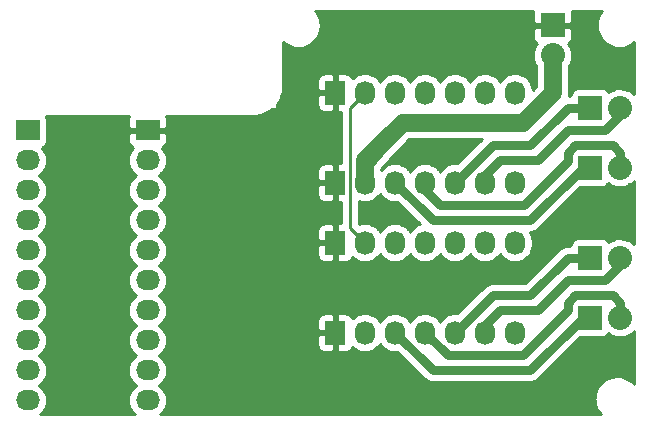
<source format=gbr>
G04 #@! TF.FileFunction,Copper,L2,Bot,Signal*
%FSLAX46Y46*%
G04 Gerber Fmt 4.6, Leading zero omitted, Abs format (unit mm)*
G04 Created by KiCad (PCBNEW 4.0.1-stable) date 1/22/2016 1:12:54 PM*
%MOMM*%
G01*
G04 APERTURE LIST*
%ADD10C,0.100000*%
%ADD11R,1.727200X2.032000*%
%ADD12O,1.727200X2.032000*%
%ADD13R,2.032000X1.727200*%
%ADD14O,2.032000X1.727200*%
%ADD15R,2.032000X2.032000*%
%ADD16O,2.032000X2.032000*%
%ADD17C,0.600000*%
%ADD18C,0.750000*%
%ADD19C,0.500000*%
%ADD20C,0.250000*%
%ADD21C,1.500000*%
%ADD22C,1.000000*%
%ADD23C,0.254000*%
G04 APERTURE END LIST*
D10*
D11*
X85725000Y-86995000D03*
D12*
X88265000Y-86995000D03*
X90805000Y-86995000D03*
X93345000Y-86995000D03*
X95885000Y-86995000D03*
X98425000Y-86995000D03*
X100965000Y-86995000D03*
D13*
X59690000Y-77470000D03*
D14*
X59690000Y-80010000D03*
X59690000Y-82550000D03*
X59690000Y-85090000D03*
X59690000Y-87630000D03*
X59690000Y-90170000D03*
X59690000Y-92710000D03*
X59690000Y-95250000D03*
X59690000Y-97790000D03*
X59690000Y-100330000D03*
D15*
X107315000Y-80645000D03*
D16*
X109855000Y-80645000D03*
D15*
X107315000Y-75565000D03*
D16*
X109855000Y-75565000D03*
D15*
X107315000Y-93345000D03*
D16*
X109855000Y-93345000D03*
D15*
X107315000Y-88265000D03*
D16*
X109855000Y-88265000D03*
D13*
X69850000Y-77470000D03*
D14*
X69850000Y-80010000D03*
X69850000Y-82550000D03*
X69850000Y-85090000D03*
X69850000Y-87630000D03*
X69850000Y-90170000D03*
X69850000Y-92710000D03*
X69850000Y-95250000D03*
X69850000Y-97790000D03*
X69850000Y-100330000D03*
D11*
X85725000Y-94615000D03*
D12*
X88265000Y-94615000D03*
X90805000Y-94615000D03*
X93345000Y-94615000D03*
X95885000Y-94615000D03*
X98425000Y-94615000D03*
X100965000Y-94615000D03*
D11*
X85725000Y-81915000D03*
D12*
X88265000Y-81915000D03*
X90805000Y-81915000D03*
X93345000Y-81915000D03*
X95885000Y-81915000D03*
X98425000Y-81915000D03*
X100965000Y-81915000D03*
D11*
X85725000Y-74295000D03*
D12*
X88265000Y-74295000D03*
X90805000Y-74295000D03*
X93345000Y-74295000D03*
X95885000Y-74295000D03*
X98425000Y-74295000D03*
X100965000Y-74295000D03*
D15*
X104140000Y-68580000D03*
D16*
X104140000Y-71120000D03*
D17*
X97155000Y-73025000D03*
X94615000Y-73025000D03*
X92075000Y-73025000D03*
X94615000Y-80645000D03*
X92075000Y-80645000D03*
X87312500Y-96202500D03*
X89535000Y-96202500D03*
X71120000Y-88900000D03*
X71120000Y-86360000D03*
X71120000Y-83820000D03*
X71120000Y-81280000D03*
X66675000Y-101282500D03*
X61595000Y-101282500D03*
X106045000Y-84455000D03*
X109855000Y-84455000D03*
X106680000Y-82550000D03*
X106680000Y-86360000D03*
X110807500Y-82232500D03*
X110807500Y-86677500D03*
X108902500Y-86677500D03*
X108902500Y-82232500D03*
X92075000Y-85725000D03*
X89535000Y-85725000D03*
X89535000Y-83185000D03*
X96520000Y-100330000D03*
X100330000Y-100330000D03*
X66675000Y-88900000D03*
X66675000Y-86360000D03*
X66675000Y-83820000D03*
X66675000Y-81280000D03*
X61595000Y-88900000D03*
X61595000Y-86360000D03*
X61595000Y-83820000D03*
X61595000Y-81280000D03*
X106680000Y-95885000D03*
X109855000Y-95885000D03*
X109855000Y-97790000D03*
X106680000Y-97790000D03*
X104140000Y-100330000D03*
X92710000Y-100330000D03*
X91440000Y-97790000D03*
X88900000Y-100330000D03*
X85090000Y-100330000D03*
X87630000Y-97790000D03*
X83820000Y-97790000D03*
X81280000Y-100330000D03*
X78105000Y-100330000D03*
X80645000Y-97790000D03*
X106680000Y-73025000D03*
X109855000Y-73025000D03*
X109855000Y-71120000D03*
X106680000Y-71120000D03*
X106680000Y-68580000D03*
X100965000Y-68580000D03*
X97155000Y-68580000D03*
X93345000Y-68580000D03*
X89535000Y-68580000D03*
X85725000Y-68580000D03*
X66675000Y-78740000D03*
X61595000Y-78740000D03*
X61595000Y-76517500D03*
X66675000Y-76517500D03*
X66675000Y-91440000D03*
X61595000Y-91440000D03*
X61595000Y-93980000D03*
X61595000Y-93980000D03*
X61595000Y-96520000D03*
X61595000Y-96520000D03*
X61595000Y-99060000D03*
X61595000Y-99060000D03*
X66675000Y-99060000D03*
X66675000Y-99060000D03*
X66675000Y-96520000D03*
X66675000Y-96520000D03*
X66675000Y-93980000D03*
X66675000Y-93980000D03*
X76385000Y-83835000D03*
X75885000Y-83535000D03*
X75385000Y-83335000D03*
X74885000Y-83535000D03*
X74385000Y-83835000D03*
X73985000Y-84335000D03*
X76785000Y-84335000D03*
X76285000Y-82435000D03*
X74385000Y-82435000D03*
D18*
X107315000Y-80645000D02*
X106680000Y-80645000D01*
X106680000Y-80645000D02*
X102235000Y-85090000D01*
X102235000Y-85090000D02*
X93980000Y-85090000D01*
X93980000Y-85090000D02*
X90805000Y-81915000D01*
D19*
X90805000Y-81915000D02*
X93980000Y-85090000D01*
D18*
X100965000Y-83820000D02*
X94615000Y-83820000D01*
X94615000Y-83820000D02*
X93345000Y-82550000D01*
X93345000Y-82550000D02*
X93345000Y-81915000D01*
X93345000Y-82550000D02*
X93345000Y-81915000D01*
X109855000Y-80645000D02*
X109855000Y-79375000D01*
X109855000Y-79375000D02*
X109220000Y-78740000D01*
X109220000Y-78740000D02*
X106045000Y-78740000D01*
X106045000Y-78740000D02*
X105410000Y-79375000D01*
X105410000Y-79375000D02*
X105410000Y-80113270D01*
X105410000Y-80113270D02*
X101703270Y-83820000D01*
X101703270Y-83820000D02*
X100965000Y-83820000D01*
D19*
X93345000Y-81915000D02*
X93345000Y-82550000D01*
X100965000Y-83820000D02*
X101880048Y-83820000D01*
X101880048Y-83820000D02*
X105410000Y-80290048D01*
X105410000Y-80290048D02*
X105410000Y-79375000D01*
X105410000Y-79375000D02*
X106045000Y-78740000D01*
X106045000Y-78740000D02*
X109220000Y-78740000D01*
X109220000Y-78740000D02*
X109855000Y-79375000D01*
D18*
X107315000Y-75565000D02*
X105410000Y-75565000D01*
X105410000Y-75565000D02*
X102235000Y-78740000D01*
X102235000Y-78740000D02*
X99060000Y-78740000D01*
X99060000Y-78740000D02*
X95885000Y-81915000D01*
D19*
X95885000Y-81915000D02*
X98425000Y-79375000D01*
X102235000Y-78740000D02*
X105410000Y-75565000D01*
X99060000Y-78740000D02*
X102235000Y-78740000D01*
X98425000Y-79375000D02*
X99060000Y-78740000D01*
D20*
X106680000Y-75565000D02*
X107315000Y-75565000D01*
D18*
X109855000Y-75565000D02*
X109855000Y-76200000D01*
X109855000Y-76200000D02*
X108585000Y-77470000D01*
X108585000Y-77470000D02*
X105410000Y-77470000D01*
X105410000Y-77470000D02*
X102870000Y-80010000D01*
X102870000Y-80010000D02*
X99695000Y-80010000D01*
X99695000Y-80010000D02*
X98425000Y-81280000D01*
X98425000Y-81280000D02*
X98425000Y-81915000D01*
D19*
X108585000Y-77470000D02*
X109855000Y-76200000D01*
D18*
X90805000Y-94615000D02*
X93980000Y-97790000D01*
X93980000Y-97790000D02*
X102235000Y-97790000D01*
X102235000Y-97790000D02*
X106680000Y-93345000D01*
X106680000Y-93345000D02*
X107315000Y-93345000D01*
X109855000Y-93345000D02*
X109855000Y-92075000D01*
X109855000Y-92075000D02*
X109220000Y-91440000D01*
X109220000Y-91440000D02*
X106045000Y-91440000D01*
X106045000Y-91440000D02*
X105410000Y-92075000D01*
X105410000Y-92075000D02*
X105410000Y-92710000D01*
X105410000Y-92710000D02*
X101600000Y-96520000D01*
X101600000Y-96520000D02*
X95250000Y-96520000D01*
X95250000Y-96520000D02*
X93345000Y-94615000D01*
D19*
X93345000Y-94615000D02*
X95250000Y-96520000D01*
X109220000Y-91440000D02*
X109855000Y-92075000D01*
X106045000Y-91440000D02*
X109220000Y-91440000D01*
X105410000Y-92075000D02*
X106045000Y-91440000D01*
X105410000Y-92710000D02*
X105410000Y-92075000D01*
X101600000Y-96520000D02*
X105410000Y-92710000D01*
X95250000Y-96520000D02*
X101600000Y-96520000D01*
D18*
X107315000Y-88265000D02*
X105410000Y-88265000D01*
X105410000Y-88265000D02*
X102235000Y-91440000D01*
X102235000Y-91440000D02*
X99060000Y-91440000D01*
X99060000Y-91440000D02*
X95885000Y-94615000D01*
D19*
X95885000Y-94615000D02*
X99060000Y-91440000D01*
X102235000Y-91440000D02*
X105410000Y-88265000D01*
X99060000Y-91440000D02*
X102235000Y-91440000D01*
D20*
X106680000Y-88265000D02*
X107315000Y-88265000D01*
D18*
X109855000Y-88265000D02*
X109855000Y-88900000D01*
X109855000Y-88900000D02*
X108585000Y-90170000D01*
X108585000Y-90170000D02*
X105410000Y-90170000D01*
X105410000Y-90170000D02*
X102870000Y-92710000D01*
X102870000Y-92710000D02*
X99695000Y-92710000D01*
X99695000Y-92710000D02*
X98425000Y-93980000D01*
X98425000Y-93980000D02*
X98425000Y-94615000D01*
D19*
X98425000Y-94615000D02*
X98425000Y-93980000D01*
X98425000Y-93980000D02*
X99695000Y-92710000D01*
X108585000Y-90170000D02*
X109855000Y-88900000D01*
D20*
X85725000Y-74295000D02*
X85725000Y-72390000D01*
X96520000Y-72390000D02*
X97155000Y-73025000D01*
X95250000Y-72390000D02*
X96520000Y-72390000D01*
X94615000Y-73025000D02*
X95250000Y-72390000D01*
X91440000Y-72390000D02*
X92075000Y-73025000D01*
X85725000Y-72390000D02*
X91440000Y-72390000D01*
X93980000Y-80010000D02*
X94615000Y-80645000D01*
X92710000Y-80010000D02*
X93980000Y-80010000D01*
X92075000Y-80645000D02*
X92710000Y-80010000D01*
X87312500Y-96520000D02*
X87312500Y-96202500D01*
X89217500Y-96520000D02*
X87312500Y-96520000D01*
X89535000Y-96202500D02*
X89217500Y-96520000D01*
X85725000Y-94615000D02*
X85725000Y-92710000D01*
X106680000Y-86360000D02*
X106362500Y-86360000D01*
X69850000Y-77470000D02*
X71437500Y-77470000D01*
X71755000Y-85725000D02*
X71120000Y-86360000D01*
X71755000Y-84455000D02*
X71755000Y-85725000D01*
X71120000Y-83820000D02*
X71755000Y-84455000D01*
X72390000Y-80010000D02*
X71120000Y-81280000D01*
X72390000Y-78422500D02*
X72390000Y-80010000D01*
X71437500Y-77470000D02*
X72390000Y-78422500D01*
X61595000Y-99060000D02*
X61595000Y-101282500D01*
X66675000Y-101282500D02*
X66675000Y-99060000D01*
X85725000Y-92710000D02*
X88900000Y-89535000D01*
X92710000Y-88900000D02*
X99695000Y-89535000D01*
X88900000Y-89535000D02*
X92710000Y-88900000D01*
X99695000Y-89535000D02*
X101600000Y-89535000D01*
X101600000Y-89535000D02*
X106045000Y-84455000D01*
X106680000Y-85725000D02*
X106680000Y-82550000D01*
X106680000Y-86360000D02*
X106680000Y-85725000D01*
X110807500Y-86677500D02*
X110807500Y-82232500D01*
X108902500Y-82232500D02*
X108902500Y-86677500D01*
X89535000Y-83185000D02*
X89535000Y-85725000D01*
X96520000Y-100330000D02*
X100330000Y-100330000D01*
X66675000Y-78740000D02*
X66675000Y-81280000D01*
X66675000Y-88900000D02*
X66675000Y-91440000D01*
X66675000Y-83820000D02*
X66675000Y-86360000D01*
X61595000Y-78740000D02*
X61595000Y-81280000D01*
X61595000Y-88900000D02*
X61595000Y-91440000D01*
X61595000Y-83820000D02*
X61595000Y-86360000D01*
X85725000Y-94615000D02*
X83820000Y-94615000D01*
X109855000Y-97790000D02*
X109855000Y-95885000D01*
X104140000Y-100330000D02*
X106680000Y-97790000D01*
X91440000Y-97790000D02*
X92710000Y-100330000D01*
X85090000Y-100330000D02*
X88900000Y-100330000D01*
X83820000Y-97790000D02*
X87630000Y-97790000D01*
X78105000Y-100330000D02*
X81280000Y-100330000D01*
X83820000Y-94615000D02*
X80645000Y-97790000D01*
X109855000Y-71120000D02*
X109855000Y-73025000D01*
X106680000Y-68580000D02*
X106680000Y-71120000D01*
X85725000Y-74295000D02*
X85725000Y-68580000D01*
X97155000Y-68580000D02*
X100965000Y-68580000D01*
X89535000Y-68580000D02*
X93345000Y-68580000D01*
X69850000Y-77470000D02*
X67620000Y-77470000D01*
X61595000Y-76517500D02*
X61595000Y-78740000D01*
X67620000Y-77470000D02*
X66675000Y-76517500D01*
X61595000Y-91440000D02*
X61595000Y-93980000D01*
X61595000Y-93980000D02*
X61595000Y-96520000D01*
X61595000Y-96520000D02*
X61595000Y-99060000D01*
X66675000Y-99060000D02*
X66675000Y-96520000D01*
X66675000Y-96520000D02*
X66675000Y-93980000D01*
X66675000Y-93980000D02*
X66675000Y-91440000D01*
X66675000Y-91440000D02*
X66675000Y-91340000D01*
X85725000Y-81915000D02*
X74905000Y-81915000D01*
X76185000Y-83835000D02*
X76385000Y-83835000D01*
X75885000Y-83535000D02*
X76185000Y-83835000D01*
X75085000Y-83335000D02*
X75385000Y-83335000D01*
X74885000Y-83535000D02*
X75085000Y-83335000D01*
X74385000Y-83935000D02*
X74385000Y-83835000D01*
X73985000Y-84335000D02*
X74385000Y-83935000D01*
X76785000Y-82935000D02*
X76785000Y-84335000D01*
X76285000Y-82435000D02*
X76785000Y-82935000D01*
X74905000Y-81915000D02*
X74385000Y-82435000D01*
D21*
X104140000Y-71120000D02*
X104140000Y-74295000D01*
X104140000Y-74295000D02*
X101600000Y-76835000D01*
X101600000Y-76835000D02*
X91440000Y-76835000D01*
X91440000Y-76835000D02*
X88265000Y-80010000D01*
X88265000Y-80010000D02*
X88265000Y-81915000D01*
D22*
X88265000Y-80645000D02*
X88265000Y-81915000D01*
X91440000Y-76835000D02*
X88265000Y-80645000D01*
X101600000Y-76835000D02*
X91440000Y-76835000D01*
X104140000Y-74295000D02*
X101600000Y-76835000D01*
D20*
X88265000Y-86995000D02*
X86995000Y-85725000D01*
X86995000Y-75565000D02*
X88265000Y-74295000D01*
X86995000Y-85725000D02*
X86995000Y-75565000D01*
D23*
X84062332Y-67385000D02*
X102512165Y-67385000D01*
X105767835Y-67385000D02*
X108337452Y-67385000D01*
X84211412Y-67588200D02*
X102489000Y-67588200D01*
X105791000Y-67588200D02*
X108182769Y-67588200D01*
X84326846Y-67791400D02*
X102489000Y-67791400D01*
X105791000Y-67791400D02*
X108078338Y-67791400D01*
X84401912Y-67994600D02*
X102489000Y-67994600D01*
X105791000Y-67994600D02*
X107996107Y-67994600D01*
X84465183Y-68197800D02*
X102489000Y-68197800D01*
X105791000Y-68197800D02*
X107937840Y-68197800D01*
X84490853Y-68401000D02*
X102595750Y-68401000D01*
X105684250Y-68401000D02*
X107909136Y-68401000D01*
X84509588Y-68604200D02*
X107892073Y-68604200D01*
X84489664Y-68807400D02*
X102547350Y-68807400D01*
X105732650Y-68807400D02*
X107910458Y-68807400D01*
X84461664Y-69010600D02*
X102489000Y-69010600D01*
X105791000Y-69010600D02*
X107936016Y-69010600D01*
X84400314Y-69213800D02*
X102489000Y-69213800D01*
X105791000Y-69213800D02*
X108000476Y-69213800D01*
X84318478Y-69417000D02*
X102489000Y-69417000D01*
X105791000Y-69417000D02*
X108079950Y-69417000D01*
X84210435Y-69620200D02*
X102489000Y-69620200D01*
X105791000Y-69620200D02*
X108191659Y-69620200D01*
X84055148Y-69823400D02*
X102530873Y-69823400D01*
X105749126Y-69823400D02*
X108345126Y-69823400D01*
X83857671Y-70026600D02*
X102656574Y-70026600D01*
X105623426Y-70026600D02*
X108540701Y-70026600D01*
X81355000Y-70229800D02*
X81614561Y-70229800D01*
X83582357Y-70229800D02*
X102745414Y-70229800D01*
X105536715Y-70229800D02*
X108814561Y-70229800D01*
X110782357Y-70229800D02*
X111050000Y-70229800D01*
X81355000Y-70433000D02*
X82095426Y-70433000D01*
X83106781Y-70433000D02*
X102635544Y-70433000D01*
X105642945Y-70433000D02*
X109295426Y-70433000D01*
X110306781Y-70433000D02*
X111050000Y-70433000D01*
X81355000Y-70636200D02*
X102561730Y-70636200D01*
X105718406Y-70636200D02*
X111050000Y-70636200D01*
X81355000Y-70839400D02*
X102509333Y-70839400D01*
X105772363Y-70839400D02*
X111050000Y-70839400D01*
X81355000Y-71042600D02*
X102487976Y-71042600D01*
X105790855Y-71042600D02*
X111050000Y-71042600D01*
X81355000Y-71245800D02*
X102493549Y-71245800D01*
X105786937Y-71245800D02*
X111050000Y-71245800D01*
X81355000Y-71449000D02*
X102516034Y-71449000D01*
X105765580Y-71449000D02*
X111050000Y-71449000D01*
X81355000Y-71652200D02*
X102575839Y-71652200D01*
X105703288Y-71652200D02*
X111050000Y-71652200D01*
X81355000Y-71855400D02*
X102662357Y-71855400D01*
X105618286Y-71855400D02*
X111050000Y-71855400D01*
X81355000Y-72058600D02*
X102755000Y-72058600D01*
X105525000Y-72058600D02*
X111050000Y-72058600D01*
X81355000Y-72261800D02*
X102755000Y-72261800D01*
X105525000Y-72261800D02*
X111050000Y-72261800D01*
X81355000Y-72465000D02*
X102755000Y-72465000D01*
X105525000Y-72465000D02*
X111050000Y-72465000D01*
X81355000Y-72668200D02*
X84677198Y-72668200D01*
X85463450Y-72668200D02*
X85986550Y-72668200D01*
X86772803Y-72668200D02*
X87965014Y-72668200D01*
X88571436Y-72668200D02*
X90505014Y-72668200D01*
X91111436Y-72668200D02*
X93045014Y-72668200D01*
X93651436Y-72668200D02*
X95585014Y-72668200D01*
X96191436Y-72668200D02*
X98125014Y-72668200D01*
X98731436Y-72668200D02*
X100665014Y-72668200D01*
X101271436Y-72668200D02*
X102755000Y-72668200D01*
X105525000Y-72668200D02*
X111050000Y-72668200D01*
X81355000Y-72871400D02*
X84370974Y-72871400D01*
X85598000Y-72871400D02*
X85852000Y-72871400D01*
X87079026Y-72871400D02*
X87462091Y-72871400D01*
X89064508Y-72871400D02*
X90002091Y-72871400D01*
X91604508Y-72871400D02*
X92542091Y-72871400D01*
X94144508Y-72871400D02*
X95082091Y-72871400D01*
X96684508Y-72871400D02*
X97622091Y-72871400D01*
X99224508Y-72871400D02*
X100162091Y-72871400D01*
X101764508Y-72871400D02*
X102755000Y-72871400D01*
X105525000Y-72871400D02*
X111050000Y-72871400D01*
X81355000Y-73074600D02*
X84258747Y-73074600D01*
X85598000Y-73074600D02*
X85852000Y-73074600D01*
X87191254Y-73074600D02*
X87207510Y-73074600D01*
X89323472Y-73074600D02*
X89747510Y-73074600D01*
X91863472Y-73074600D02*
X92287510Y-73074600D01*
X94403472Y-73074600D02*
X94827510Y-73074600D01*
X96943472Y-73074600D02*
X97367510Y-73074600D01*
X99483472Y-73074600D02*
X99907510Y-73074600D01*
X102023472Y-73074600D02*
X102755000Y-73074600D01*
X105525000Y-73074600D02*
X111050000Y-73074600D01*
X81355000Y-73277800D02*
X84226400Y-73277800D01*
X85598000Y-73277800D02*
X85852000Y-73277800D01*
X89490789Y-73277800D02*
X89577004Y-73277800D01*
X92030789Y-73277800D02*
X92117004Y-73277800D01*
X94570789Y-73277800D02*
X94657004Y-73277800D01*
X97110789Y-73277800D02*
X97197004Y-73277800D01*
X99650789Y-73277800D02*
X99737004Y-73277800D01*
X102190789Y-73277800D02*
X102755000Y-73277800D01*
X105525000Y-73277800D02*
X111050000Y-73277800D01*
X81355000Y-73481000D02*
X84226400Y-73481000D01*
X85598000Y-73481000D02*
X85852000Y-73481000D01*
X102306638Y-73481000D02*
X102755000Y-73481000D01*
X105525000Y-73481000D02*
X111050000Y-73481000D01*
X81353328Y-73684200D02*
X84226400Y-73684200D01*
X85598000Y-73684200D02*
X85852000Y-73684200D01*
X102386955Y-73684200D02*
X102755000Y-73684200D01*
X105525000Y-73684200D02*
X111050000Y-73684200D01*
X81336108Y-73887400D02*
X84226400Y-73887400D01*
X85598000Y-73887400D02*
X85852000Y-73887400D01*
X102439361Y-73887400D02*
X102588914Y-73887400D01*
X105525000Y-73887400D02*
X111050000Y-73887400D01*
X81316184Y-74090600D02*
X84307750Y-74090600D01*
X85598000Y-74090600D02*
X85852000Y-74090600D01*
X105525000Y-74090600D02*
X105859651Y-74090600D01*
X108767048Y-74090600D02*
X109113399Y-74090600D01*
X110597589Y-74090600D02*
X111050000Y-74090600D01*
X81270732Y-74293800D02*
X85872000Y-74293800D01*
X105525000Y-74293800D02*
X105721097Y-74293800D01*
X110905790Y-74293800D02*
X111050000Y-74293800D01*
X81209382Y-74497000D02*
X84310150Y-74497000D01*
X85598000Y-74497000D02*
X85852000Y-74497000D01*
X105504963Y-74497000D02*
X105668318Y-74497000D01*
X81136010Y-74700200D02*
X84226400Y-74700200D01*
X85598000Y-74700200D02*
X85852000Y-74700200D01*
X81030245Y-74903400D02*
X84226400Y-74903400D01*
X85598000Y-74903400D02*
X85852000Y-74903400D01*
X80914422Y-75106600D02*
X84226400Y-75106600D01*
X85598000Y-75106600D02*
X85852000Y-75106600D01*
X80772000Y-75309800D02*
X84226400Y-75309800D01*
X85598000Y-75309800D02*
X85852000Y-75309800D01*
X80772000Y-75513000D02*
X84257752Y-75513000D01*
X85598000Y-75513000D02*
X85852000Y-75513000D01*
X80342667Y-75716200D02*
X84368574Y-75716200D01*
X85598000Y-75716200D02*
X85852000Y-75716200D01*
X80040249Y-75919400D02*
X84670872Y-75919400D01*
X85465850Y-75919400D02*
X85984150Y-75919400D01*
X79597057Y-76122600D02*
X86235000Y-76122600D01*
X61277645Y-76325800D02*
X68262910Y-76325800D01*
X71437091Y-76325800D02*
X86235000Y-76325800D01*
X61337900Y-76529000D02*
X68201956Y-76529000D01*
X71498045Y-76529000D02*
X86235000Y-76529000D01*
X61344072Y-76732200D02*
X68199000Y-76732200D01*
X71501000Y-76732200D02*
X86235000Y-76732200D01*
X61344072Y-76935400D02*
X68199000Y-76935400D01*
X71501000Y-76935400D02*
X86235000Y-76935400D01*
X61344072Y-77138600D02*
X68199000Y-77138600D01*
X71501000Y-77138600D02*
X86235000Y-77138600D01*
X61344072Y-77341800D02*
X68356550Y-77341800D01*
X69723000Y-77341800D02*
X69977000Y-77341800D01*
X71343450Y-77341800D02*
X86235000Y-77341800D01*
X61344072Y-77545000D02*
X86235000Y-77545000D01*
X61344072Y-77748200D02*
X68206550Y-77748200D01*
X71493450Y-77748200D02*
X86235000Y-77748200D01*
X61344072Y-77951400D02*
X68199000Y-77951400D01*
X71501000Y-77951400D02*
X86235000Y-77951400D01*
X61344072Y-78154600D02*
X68199000Y-78154600D01*
X71501000Y-78154600D02*
X86235000Y-78154600D01*
X61340632Y-78357800D02*
X68199000Y-78357800D01*
X71501000Y-78357800D02*
X86235000Y-78357800D01*
X61296435Y-78561000D02*
X68240873Y-78561000D01*
X71459126Y-78561000D02*
X86235000Y-78561000D01*
X61169042Y-78764200D02*
X68366574Y-78764200D01*
X71333426Y-78764200D02*
X86235000Y-78764200D01*
X60925853Y-78967400D02*
X68616471Y-78967400D01*
X71085853Y-78967400D02*
X86235000Y-78967400D01*
X61089230Y-79170600D02*
X68448370Y-79170600D01*
X71249230Y-79170600D02*
X86235000Y-79170600D01*
X61200754Y-79373800D02*
X68338100Y-79373800D01*
X71360754Y-79373800D02*
X86235000Y-79373800D01*
X61277652Y-79577000D02*
X68262378Y-79577000D01*
X71437652Y-79577000D02*
X86235000Y-79577000D01*
X61327087Y-79780200D02*
X68214103Y-79780200D01*
X71487087Y-79780200D02*
X86235000Y-79780200D01*
X61345579Y-79983400D02*
X68192746Y-79983400D01*
X71505579Y-79983400D02*
X86235000Y-79983400D01*
X61331489Y-80186600D02*
X68208072Y-80186600D01*
X71491489Y-80186600D02*
X86235000Y-80186600D01*
X61294090Y-80389800D02*
X68246690Y-80389800D01*
X71454090Y-80389800D02*
X84480502Y-80389800D01*
X85565050Y-80389800D02*
X85884950Y-80389800D01*
X61230665Y-80593000D02*
X68311434Y-80593000D01*
X71390665Y-80593000D02*
X84302155Y-80593000D01*
X85598000Y-80593000D02*
X85852000Y-80593000D01*
X61120795Y-80796200D02*
X68417664Y-80796200D01*
X71280794Y-80796200D02*
X84234408Y-80796200D01*
X85598000Y-80796200D02*
X85852000Y-80796200D01*
X60967540Y-80999400D02*
X68571373Y-80999400D01*
X71127540Y-80999400D02*
X84226400Y-80999400D01*
X85598000Y-80999400D02*
X85852000Y-80999400D01*
X60747892Y-81202600D02*
X68790616Y-81202600D01*
X70907892Y-81202600D02*
X84226400Y-81202600D01*
X85598000Y-81202600D02*
X85852000Y-81202600D01*
X60807065Y-81405800D02*
X68732763Y-81405800D01*
X70967065Y-81405800D02*
X84226400Y-81405800D01*
X85598000Y-81405800D02*
X85852000Y-81405800D01*
X61007542Y-81609000D02*
X68532420Y-81609000D01*
X71167542Y-81609000D02*
X84226400Y-81609000D01*
X85598000Y-81609000D02*
X85852000Y-81609000D01*
X61147639Y-81812200D02*
X68393035Y-81812200D01*
X71307639Y-81812200D02*
X85872000Y-81812200D01*
X111027246Y-81812200D02*
X111050000Y-81812200D01*
X61247750Y-82015400D02*
X68293829Y-82015400D01*
X71407750Y-82015400D02*
X85872000Y-82015400D01*
X108858987Y-82015400D02*
X108924122Y-82015400D01*
X110782765Y-82015400D02*
X111050000Y-82015400D01*
X61307555Y-82218600D02*
X68230928Y-82218600D01*
X71467555Y-82218600D02*
X84226400Y-82218600D01*
X85598000Y-82218600D02*
X85852000Y-82218600D01*
X108632913Y-82218600D02*
X109356111Y-82218600D01*
X110355128Y-82218600D02*
X111050000Y-82218600D01*
X61336333Y-82421800D02*
X68203424Y-82421800D01*
X71496333Y-82421800D02*
X84226400Y-82421800D01*
X85598000Y-82421800D02*
X85852000Y-82421800D01*
X106331556Y-82421800D02*
X111050000Y-82421800D01*
X61342167Y-82625000D02*
X68198826Y-82625000D01*
X71502167Y-82625000D02*
X84226400Y-82625000D01*
X85598000Y-82625000D02*
X85852000Y-82625000D01*
X106128356Y-82625000D02*
X111050000Y-82625000D01*
X61320810Y-82828200D02*
X68217318Y-82828200D01*
X71480810Y-82828200D02*
X84226400Y-82828200D01*
X85598000Y-82828200D02*
X85852000Y-82828200D01*
X105925156Y-82828200D02*
X111050000Y-82828200D01*
X61262639Y-83031400D02*
X68276593Y-83031400D01*
X71422639Y-83031400D02*
X84233930Y-83031400D01*
X85598000Y-83031400D02*
X85852000Y-83031400D01*
X105721956Y-83031400D02*
X111050000Y-83031400D01*
X61175730Y-83234600D02*
X68364549Y-83234600D01*
X71335730Y-83234600D02*
X84300550Y-83234600D01*
X85598000Y-83234600D02*
X85852000Y-83234600D01*
X105518756Y-83234600D02*
X111050000Y-83234600D01*
X61051590Y-83437800D02*
X68489684Y-83437800D01*
X71211590Y-83437800D02*
X84476909Y-83437800D01*
X85567450Y-83437800D02*
X85882550Y-83437800D01*
X105315556Y-83437800D02*
X111050000Y-83437800D01*
X60872466Y-83641000D02*
X68669534Y-83641000D01*
X71032466Y-83641000D02*
X86235000Y-83641000D01*
X105112356Y-83641000D02*
X111050000Y-83641000D01*
X60680159Y-83844200D02*
X68857337Y-83844200D01*
X70840159Y-83844200D02*
X86235000Y-83844200D01*
X104909156Y-83844200D02*
X111050000Y-83844200D01*
X60925853Y-84047400D02*
X68616471Y-84047400D01*
X71085853Y-84047400D02*
X86235000Y-84047400D01*
X104705956Y-84047400D02*
X111050000Y-84047400D01*
X61089230Y-84250600D02*
X68448370Y-84250600D01*
X71249230Y-84250600D02*
X86235000Y-84250600D01*
X104502756Y-84250600D02*
X111050000Y-84250600D01*
X61200754Y-84453800D02*
X68338100Y-84453800D01*
X71360754Y-84453800D02*
X86235000Y-84453800D01*
X104299556Y-84453800D02*
X111050000Y-84453800D01*
X61277652Y-84657000D02*
X68262378Y-84657000D01*
X71437652Y-84657000D02*
X86235000Y-84657000D01*
X104096356Y-84657000D02*
X111050000Y-84657000D01*
X61327087Y-84860200D02*
X68214103Y-84860200D01*
X71487087Y-84860200D02*
X86235000Y-84860200D01*
X103893156Y-84860200D02*
X111050000Y-84860200D01*
X61345579Y-85063400D02*
X68192746Y-85063400D01*
X71505579Y-85063400D02*
X86235000Y-85063400D01*
X103689956Y-85063400D02*
X111050000Y-85063400D01*
X61331489Y-85266600D02*
X68208072Y-85266600D01*
X71491489Y-85266600D02*
X86235000Y-85266600D01*
X103486756Y-85266600D02*
X111050000Y-85266600D01*
X61294090Y-85469800D02*
X68246690Y-85469800D01*
X71454090Y-85469800D02*
X84480502Y-85469800D01*
X85565050Y-85469800D02*
X85884950Y-85469800D01*
X103283556Y-85469800D02*
X111050000Y-85469800D01*
X61230665Y-85673000D02*
X68311434Y-85673000D01*
X71390665Y-85673000D02*
X84302155Y-85673000D01*
X85598000Y-85673000D02*
X85852000Y-85673000D01*
X103080356Y-85673000D02*
X111050000Y-85673000D01*
X61120795Y-85876200D02*
X68417664Y-85876200D01*
X71280794Y-85876200D02*
X84234408Y-85876200D01*
X85598000Y-85876200D02*
X85852000Y-85876200D01*
X102861423Y-85876200D02*
X111050000Y-85876200D01*
X60967540Y-86079400D02*
X68571373Y-86079400D01*
X71127540Y-86079400D02*
X84226400Y-86079400D01*
X85598000Y-86079400D02*
X85852000Y-86079400D01*
X102435698Y-86079400D02*
X111050000Y-86079400D01*
X60747892Y-86282600D02*
X68790616Y-86282600D01*
X70907892Y-86282600D02*
X84226400Y-86282600D01*
X85598000Y-86282600D02*
X85852000Y-86282600D01*
X102356280Y-86282600D02*
X111050000Y-86282600D01*
X60807065Y-86485800D02*
X68732763Y-86485800D01*
X70967065Y-86485800D02*
X84226400Y-86485800D01*
X85598000Y-86485800D02*
X85852000Y-86485800D01*
X102417629Y-86485800D02*
X111050000Y-86485800D01*
X61007542Y-86689000D02*
X68532420Y-86689000D01*
X71167542Y-86689000D02*
X84226400Y-86689000D01*
X85598000Y-86689000D02*
X85852000Y-86689000D01*
X102449323Y-86689000D02*
X106000729Y-86689000D01*
X108625919Y-86689000D02*
X109363026Y-86689000D01*
X110346136Y-86689000D02*
X111050000Y-86689000D01*
X61147639Y-86892200D02*
X68393035Y-86892200D01*
X71307639Y-86892200D02*
X85872000Y-86892200D01*
X102463600Y-86892200D02*
X105773058Y-86892200D01*
X108852433Y-86892200D02*
X108930220Y-86892200D01*
X110782977Y-86892200D02*
X111050000Y-86892200D01*
X61247750Y-87095400D02*
X68293829Y-87095400D01*
X71407750Y-87095400D02*
X85872000Y-87095400D01*
X102463600Y-87095400D02*
X105682757Y-87095400D01*
X111027920Y-87095400D02*
X111050000Y-87095400D01*
X61307555Y-87298600D02*
X68230928Y-87298600D01*
X71467555Y-87298600D02*
X84226400Y-87298600D01*
X85598000Y-87298600D02*
X85852000Y-87298600D01*
X102449737Y-87298600D02*
X105133124Y-87298600D01*
X61336333Y-87501800D02*
X68203424Y-87501800D01*
X71496333Y-87501800D02*
X84226400Y-87501800D01*
X85598000Y-87501800D02*
X85852000Y-87501800D01*
X102419801Y-87501800D02*
X104754869Y-87501800D01*
X61342167Y-87705000D02*
X68198826Y-87705000D01*
X71502167Y-87705000D02*
X84226400Y-87705000D01*
X85598000Y-87705000D02*
X85852000Y-87705000D01*
X102355342Y-87705000D02*
X104541644Y-87705000D01*
X61320810Y-87908200D02*
X68217318Y-87908200D01*
X71480810Y-87908200D02*
X84226400Y-87908200D01*
X85598000Y-87908200D02*
X85852000Y-87908200D01*
X102253108Y-87908200D02*
X104338444Y-87908200D01*
X61262639Y-88111400D02*
X68276593Y-88111400D01*
X71422639Y-88111400D02*
X84233930Y-88111400D01*
X85598000Y-88111400D02*
X85852000Y-88111400D01*
X89409757Y-88111400D02*
X89660117Y-88111400D01*
X91949757Y-88111400D02*
X92200117Y-88111400D01*
X94489757Y-88111400D02*
X94740117Y-88111400D01*
X97029757Y-88111400D02*
X97280117Y-88111400D01*
X99569757Y-88111400D02*
X99820117Y-88111400D01*
X102109757Y-88111400D02*
X104135244Y-88111400D01*
X61175730Y-88314600D02*
X68364549Y-88314600D01*
X71335730Y-88314600D02*
X84300550Y-88314600D01*
X85598000Y-88314600D02*
X85852000Y-88314600D01*
X87149449Y-88314600D02*
X87326441Y-88314600D01*
X89203439Y-88314600D02*
X89866441Y-88314600D01*
X91743439Y-88314600D02*
X92406441Y-88314600D01*
X94283439Y-88314600D02*
X94946441Y-88314600D01*
X96823439Y-88314600D02*
X97486441Y-88314600D01*
X99363439Y-88314600D02*
X100026441Y-88314600D01*
X101903439Y-88314600D02*
X103932044Y-88314600D01*
X61051590Y-88517800D02*
X68489684Y-88517800D01*
X71211590Y-88517800D02*
X84476909Y-88517800D01*
X85567450Y-88517800D02*
X85882550Y-88517800D01*
X86973090Y-88517800D02*
X87648959Y-88517800D01*
X88878157Y-88517800D02*
X90188959Y-88517800D01*
X91418157Y-88517800D02*
X92728959Y-88517800D01*
X93958157Y-88517800D02*
X95268959Y-88517800D01*
X96498157Y-88517800D02*
X97808959Y-88517800D01*
X99038157Y-88517800D02*
X100348959Y-88517800D01*
X101578157Y-88517800D02*
X103728844Y-88517800D01*
X60872466Y-88721000D02*
X68669534Y-88721000D01*
X71032466Y-88721000D02*
X103525644Y-88721000D01*
X60680159Y-88924200D02*
X68857337Y-88924200D01*
X70840159Y-88924200D02*
X103322444Y-88924200D01*
X60925853Y-89127400D02*
X68616471Y-89127400D01*
X71085853Y-89127400D02*
X103119244Y-89127400D01*
X61089230Y-89330600D02*
X68448370Y-89330600D01*
X71249230Y-89330600D02*
X102916044Y-89330600D01*
X61200754Y-89533800D02*
X68338100Y-89533800D01*
X71360754Y-89533800D02*
X102712844Y-89533800D01*
X61277652Y-89737000D02*
X68262378Y-89737000D01*
X71437652Y-89737000D02*
X102509644Y-89737000D01*
X61327087Y-89940200D02*
X68214103Y-89940200D01*
X71487087Y-89940200D02*
X102306444Y-89940200D01*
X61345579Y-90143400D02*
X68192746Y-90143400D01*
X71505579Y-90143400D02*
X102103244Y-90143400D01*
X61331489Y-90346600D02*
X68208072Y-90346600D01*
X71491489Y-90346600D02*
X101900044Y-90346600D01*
X61294090Y-90549800D02*
X68246690Y-90549800D01*
X71454090Y-90549800D02*
X98593137Y-90549800D01*
X61230665Y-90753000D02*
X68311434Y-90753000D01*
X71390665Y-90753000D02*
X98318644Y-90753000D01*
X61120795Y-90956200D02*
X68417664Y-90956200D01*
X71280795Y-90956200D02*
X98115444Y-90956200D01*
X60967540Y-91159400D02*
X68571373Y-91159400D01*
X71127540Y-91159400D02*
X97912244Y-91159400D01*
X60747892Y-91362600D02*
X68790616Y-91362600D01*
X70907892Y-91362600D02*
X97709044Y-91362600D01*
X60807065Y-91565800D02*
X68732763Y-91565800D01*
X70967065Y-91565800D02*
X97505844Y-91565800D01*
X61007542Y-91769000D02*
X68532420Y-91769000D01*
X71167542Y-91769000D02*
X97302644Y-91769000D01*
X61147639Y-91972200D02*
X68393035Y-91972200D01*
X71307639Y-91972200D02*
X97099444Y-91972200D01*
X61247750Y-92175400D02*
X68293829Y-92175400D01*
X71407750Y-92175400D02*
X96896244Y-92175400D01*
X61307555Y-92378600D02*
X68230928Y-92378600D01*
X71467555Y-92378600D02*
X96693044Y-92378600D01*
X61336333Y-92581800D02*
X68203424Y-92581800D01*
X71496333Y-92581800D02*
X96489844Y-92581800D01*
X61342167Y-92785000D02*
X68198826Y-92785000D01*
X71502167Y-92785000D02*
X96286644Y-92785000D01*
X61320810Y-92988200D02*
X68217318Y-92988200D01*
X71480810Y-92988200D02*
X84677198Y-92988200D01*
X85463450Y-92988200D02*
X85986550Y-92988200D01*
X86772803Y-92988200D02*
X87965014Y-92988200D01*
X88571436Y-92988200D02*
X90505014Y-92988200D01*
X91111436Y-92988200D02*
X93045014Y-92988200D01*
X93651436Y-92988200D02*
X95585014Y-92988200D01*
X61262639Y-93191400D02*
X68276593Y-93191400D01*
X71422639Y-93191400D02*
X84370974Y-93191400D01*
X85598000Y-93191400D02*
X85852000Y-93191400D01*
X87079026Y-93191400D02*
X87462091Y-93191400D01*
X89064508Y-93191400D02*
X90002091Y-93191400D01*
X91604508Y-93191400D02*
X92542091Y-93191400D01*
X94144508Y-93191400D02*
X95082091Y-93191400D01*
X61175730Y-93394600D02*
X68364549Y-93394600D01*
X71335729Y-93394600D02*
X84258747Y-93394600D01*
X85598000Y-93394600D02*
X85852000Y-93394600D01*
X87191254Y-93394600D02*
X87207510Y-93394600D01*
X89323472Y-93394600D02*
X89747510Y-93394600D01*
X91863472Y-93394600D02*
X92287510Y-93394600D01*
X94403472Y-93394600D02*
X94827510Y-93394600D01*
X61051590Y-93597800D02*
X68489684Y-93597800D01*
X71211590Y-93597800D02*
X84226400Y-93597800D01*
X85598000Y-93597800D02*
X85852000Y-93597800D01*
X89490789Y-93597800D02*
X89577004Y-93597800D01*
X92030789Y-93597800D02*
X92117004Y-93597800D01*
X94570789Y-93597800D02*
X94657004Y-93597800D01*
X60872466Y-93801000D02*
X68669534Y-93801000D01*
X71032466Y-93801000D02*
X84226400Y-93801000D01*
X85598000Y-93801000D02*
X85852000Y-93801000D01*
X60680159Y-94004200D02*
X68857337Y-94004200D01*
X70840159Y-94004200D02*
X84226400Y-94004200D01*
X85598000Y-94004200D02*
X85852000Y-94004200D01*
X60925853Y-94207400D02*
X68616471Y-94207400D01*
X71085853Y-94207400D02*
X84226400Y-94207400D01*
X85598000Y-94207400D02*
X85852000Y-94207400D01*
X61089230Y-94410600D02*
X68448370Y-94410600D01*
X71249230Y-94410600D02*
X84307750Y-94410600D01*
X85598000Y-94410600D02*
X85852000Y-94410600D01*
X61200754Y-94613800D02*
X68338100Y-94613800D01*
X71360754Y-94613800D02*
X85872000Y-94613800D01*
X110909129Y-94613800D02*
X111050000Y-94613800D01*
X61277652Y-94817000D02*
X68262378Y-94817000D01*
X71437652Y-94817000D02*
X84310150Y-94817000D01*
X85598000Y-94817000D02*
X85852000Y-94817000D01*
X108772394Y-94817000D02*
X109107972Y-94817000D01*
X110601192Y-94817000D02*
X111050000Y-94817000D01*
X61327087Y-95020200D02*
X68214103Y-95020200D01*
X71487087Y-95020200D02*
X84226400Y-95020200D01*
X85598000Y-95020200D02*
X85852000Y-95020200D01*
X106433156Y-95020200D02*
X111050000Y-95020200D01*
X61345579Y-95223400D02*
X68192746Y-95223400D01*
X71505579Y-95223400D02*
X84226400Y-95223400D01*
X85598000Y-95223400D02*
X85852000Y-95223400D01*
X106229956Y-95223400D02*
X111050000Y-95223400D01*
X61331489Y-95426600D02*
X68208072Y-95426600D01*
X71491489Y-95426600D02*
X84226400Y-95426600D01*
X85598000Y-95426600D02*
X85852000Y-95426600D01*
X106026756Y-95426600D02*
X111050000Y-95426600D01*
X61294090Y-95629800D02*
X68246690Y-95629800D01*
X71454090Y-95629800D02*
X84226400Y-95629800D01*
X85598000Y-95629800D02*
X85852000Y-95629800D01*
X89495010Y-95629800D02*
X89577254Y-95629800D01*
X105823556Y-95629800D02*
X111050000Y-95629800D01*
X61230665Y-95833000D02*
X68311434Y-95833000D01*
X71390665Y-95833000D02*
X84257752Y-95833000D01*
X85598000Y-95833000D02*
X85852000Y-95833000D01*
X87192248Y-95833000D02*
X87203627Y-95833000D01*
X89324504Y-95833000D02*
X89743627Y-95833000D01*
X105620356Y-95833000D02*
X111050000Y-95833000D01*
X61120795Y-96036200D02*
X68417664Y-96036200D01*
X71280795Y-96036200D02*
X84368574Y-96036200D01*
X85598000Y-96036200D02*
X85852000Y-96036200D01*
X87081426Y-96036200D02*
X87461053Y-96036200D01*
X89072500Y-96036200D02*
X90001053Y-96036200D01*
X105417156Y-96036200D02*
X111050000Y-96036200D01*
X60967540Y-96239400D02*
X68571373Y-96239400D01*
X71127540Y-96239400D02*
X84670872Y-96239400D01*
X85465850Y-96239400D02*
X85984150Y-96239400D01*
X86779127Y-96239400D02*
X87950810Y-96239400D01*
X88573141Y-96239400D02*
X90490810Y-96239400D01*
X105213956Y-96239400D02*
X111050000Y-96239400D01*
X60747892Y-96442600D02*
X68790616Y-96442600D01*
X70907892Y-96442600D02*
X91204244Y-96442600D01*
X105010756Y-96442600D02*
X111050000Y-96442600D01*
X60807065Y-96645800D02*
X68732763Y-96645800D01*
X70967065Y-96645800D02*
X91407444Y-96645800D01*
X104807556Y-96645800D02*
X111050000Y-96645800D01*
X61007542Y-96849000D02*
X68532420Y-96849000D01*
X71167542Y-96849000D02*
X91610644Y-96849000D01*
X104604356Y-96849000D02*
X111050000Y-96849000D01*
X61147639Y-97052200D02*
X68393035Y-97052200D01*
X71307639Y-97052200D02*
X91813844Y-97052200D01*
X104401156Y-97052200D02*
X111050000Y-97052200D01*
X61247750Y-97255400D02*
X68293829Y-97255400D01*
X71407750Y-97255400D02*
X92017044Y-97255400D01*
X104197956Y-97255400D02*
X111050000Y-97255400D01*
X61307555Y-97458600D02*
X68230928Y-97458600D01*
X71467555Y-97458600D02*
X92220244Y-97458600D01*
X103994756Y-97458600D02*
X111050000Y-97458600D01*
X61336333Y-97661800D02*
X68203424Y-97661800D01*
X71496333Y-97661800D02*
X92423444Y-97661800D01*
X103791556Y-97661800D02*
X111050000Y-97661800D01*
X61342167Y-97865000D02*
X68198826Y-97865000D01*
X71502167Y-97865000D02*
X92626644Y-97865000D01*
X103588356Y-97865000D02*
X111050000Y-97865000D01*
X61320810Y-98068200D02*
X68217318Y-98068200D01*
X71480810Y-98068200D02*
X92829844Y-98068200D01*
X103385156Y-98068200D02*
X111050000Y-98068200D01*
X61262639Y-98271400D02*
X68276593Y-98271400D01*
X71422639Y-98271400D02*
X93033044Y-98271400D01*
X103181956Y-98271400D02*
X111050000Y-98271400D01*
X61175730Y-98474600D02*
X68364549Y-98474600D01*
X71335730Y-98474600D02*
X93236244Y-98474600D01*
X102978756Y-98474600D02*
X108790864Y-98474600D01*
X110400254Y-98474600D02*
X111050000Y-98474600D01*
X61051590Y-98677800D02*
X68489684Y-98677800D01*
X71211590Y-98677800D02*
X93508399Y-98677800D01*
X102706485Y-98677800D02*
X108455659Y-98677800D01*
X110739221Y-98677800D02*
X111050000Y-98677800D01*
X60872466Y-98881000D02*
X68669534Y-98881000D01*
X71032466Y-98881000D02*
X108219882Y-98881000D01*
X110972562Y-98881000D02*
X111050000Y-98881000D01*
X60680159Y-99084200D02*
X68857337Y-99084200D01*
X70840159Y-99084200D02*
X108058827Y-99084200D01*
X60925853Y-99287400D02*
X68616471Y-99287400D01*
X71085853Y-99287400D02*
X107931787Y-99287400D01*
X61089230Y-99490600D02*
X68448370Y-99490600D01*
X71249230Y-99490600D02*
X107827356Y-99490600D01*
X61200754Y-99693800D02*
X68338100Y-99693800D01*
X71360754Y-99693800D02*
X107767662Y-99693800D01*
X61277652Y-99897000D02*
X68262378Y-99897000D01*
X71437652Y-99897000D02*
X107717869Y-99897000D01*
X61327087Y-100100200D02*
X68214103Y-100100200D01*
X71487087Y-100100200D02*
X107700806Y-100100200D01*
X61345579Y-100303400D02*
X68192746Y-100303400D01*
X71505579Y-100303400D02*
X107698792Y-100303400D01*
X61331489Y-100506600D02*
X68208072Y-100506600D01*
X71491489Y-100506600D02*
X107721585Y-100506600D01*
X61294090Y-100709800D02*
X68246690Y-100709800D01*
X71454090Y-100709800D02*
X107767485Y-100709800D01*
X61230665Y-100913000D02*
X68311434Y-100913000D01*
X71390665Y-100913000D02*
X107831944Y-100913000D01*
X61120795Y-101116200D02*
X68417664Y-101116200D01*
X71280795Y-101116200D02*
X107934485Y-101116200D01*
X60967540Y-101319400D02*
X68571373Y-101319400D01*
X71127540Y-101319400D02*
X108057859Y-101319400D01*
X60747892Y-101522600D02*
X68790615Y-101522600D01*
X70907892Y-101522600D02*
X108228365Y-101522600D01*
X89534299Y-82862413D02*
X89534299Y-82862413D01*
X89381049Y-83065613D02*
X89688020Y-83065613D01*
X89160887Y-83268813D02*
X89907798Y-83268813D01*
X88802101Y-83472013D02*
X90273117Y-83472013D01*
X87755000Y-83675213D02*
X91136857Y-83675213D01*
X87755000Y-83878413D02*
X91340057Y-83878413D01*
X87755000Y-84081613D02*
X91543257Y-84081613D01*
X87755000Y-84284813D02*
X91746457Y-84284813D01*
X87755000Y-84488013D02*
X91949657Y-84488013D01*
X87755000Y-84691213D02*
X92152857Y-84691213D01*
X87755000Y-84894413D02*
X92356057Y-84894413D01*
X87755000Y-85097613D02*
X92559257Y-85097613D01*
X87755000Y-85300813D02*
X92762457Y-85300813D01*
X88939878Y-85504013D02*
X90130991Y-85504013D01*
X91479878Y-85504013D02*
X92670991Y-85504013D01*
X89242014Y-85707213D02*
X89826994Y-85707213D01*
X91782014Y-85707213D02*
X92366994Y-85707213D01*
X89435829Y-85910413D02*
X89633549Y-85910413D01*
X91975829Y-85910413D02*
X92173549Y-85910413D01*
X92013686Y-78220000D02*
X98151644Y-78220000D01*
X91810486Y-78423200D02*
X97948444Y-78423200D01*
X91607286Y-78626400D02*
X97745244Y-78626400D01*
X91404086Y-78829600D02*
X97542044Y-78829600D01*
X91200886Y-79032800D02*
X97338844Y-79032800D01*
X90997686Y-79236000D02*
X97135644Y-79236000D01*
X90794486Y-79439200D02*
X96932444Y-79439200D01*
X90591286Y-79642400D02*
X96729244Y-79642400D01*
X90408605Y-79845600D02*
X96526044Y-79845600D01*
X90239271Y-80048800D02*
X96322844Y-80048800D01*
X90069938Y-80252000D02*
X96119644Y-80252000D01*
X89900605Y-80455200D02*
X90071335Y-80455200D01*
X91537558Y-80455200D02*
X92611335Y-80455200D01*
X94077558Y-80455200D02*
X95151335Y-80455200D01*
X89731271Y-80658400D02*
X89788205Y-80658400D01*
X91819713Y-80658400D02*
X92328205Y-80658400D01*
X94359713Y-80658400D02*
X94868205Y-80658400D01*
X92001265Y-80861600D02*
X92147380Y-80861600D01*
X94541265Y-80861600D02*
X94687380Y-80861600D01*
X102489000Y-67501458D02*
X102489000Y-68294250D01*
X102647750Y-68453000D01*
X104013000Y-68453000D01*
X104013000Y-68433000D01*
X104267000Y-68433000D01*
X104267000Y-68453000D01*
X105632250Y-68453000D01*
X105791000Y-68294250D01*
X105791000Y-67501458D01*
X105767835Y-67385000D01*
X108337452Y-67385000D01*
X108194518Y-67565337D01*
X108024127Y-67896882D01*
X107921378Y-68255208D01*
X107890186Y-68626668D01*
X107931738Y-68997111D01*
X108044452Y-69352429D01*
X108224033Y-69679087D01*
X108463643Y-69964643D01*
X108754154Y-70198220D01*
X109084501Y-70370921D01*
X109442102Y-70476169D01*
X109813334Y-70509953D01*
X110184059Y-70470989D01*
X110540155Y-70360759D01*
X110868058Y-70183462D01*
X111050000Y-70032946D01*
X111050000Y-74422474D01*
X111026501Y-74393661D01*
X110778227Y-74188271D01*
X110494788Y-74035016D01*
X110186980Y-73939733D01*
X109866526Y-73906052D01*
X109545633Y-73935256D01*
X109236525Y-74026231D01*
X108950973Y-74175514D01*
X108879372Y-74233083D01*
X108809100Y-74126441D01*
X108672450Y-74009975D01*
X108508763Y-73936190D01*
X108331000Y-73910928D01*
X106299000Y-73910928D01*
X106197879Y-73918992D01*
X106026366Y-73972106D01*
X105876441Y-74070900D01*
X105759975Y-74207550D01*
X105686190Y-74371237D01*
X105660928Y-74549000D01*
X105660928Y-74555000D01*
X105499072Y-74555000D01*
X105510600Y-74441509D01*
X105524865Y-74314338D01*
X105524964Y-74300097D01*
X105524991Y-74299835D01*
X105524968Y-74299591D01*
X105525000Y-74295000D01*
X105525000Y-72027930D01*
X105669984Y-71759788D01*
X105765267Y-71451980D01*
X105798948Y-71131526D01*
X105769744Y-70810633D01*
X105678769Y-70501525D01*
X105529486Y-70215973D01*
X105474138Y-70147135D01*
X105560789Y-70089237D01*
X105649237Y-70000789D01*
X105718730Y-69896785D01*
X105766597Y-69781223D01*
X105791000Y-69658542D01*
X105791000Y-68865750D01*
X105632250Y-68707000D01*
X104267000Y-68707000D01*
X104267000Y-68727000D01*
X104013000Y-68727000D01*
X104013000Y-68707000D01*
X102647750Y-68707000D01*
X102489000Y-68865750D01*
X102489000Y-69658542D01*
X102513403Y-69781223D01*
X102561270Y-69896785D01*
X102630763Y-70000789D01*
X102719211Y-70089237D01*
X102804879Y-70146478D01*
X102763271Y-70196773D01*
X102610016Y-70480212D01*
X102514733Y-70788020D01*
X102481052Y-71108474D01*
X102510256Y-71429367D01*
X102601231Y-71738475D01*
X102750514Y-72024027D01*
X102755000Y-72029606D01*
X102755000Y-73721314D01*
X102452715Y-74023599D01*
X102435059Y-73843532D01*
X102350525Y-73563540D01*
X102213216Y-73305299D01*
X102028363Y-73078647D01*
X101803006Y-72892216D01*
X101545731Y-72753108D01*
X101266335Y-72666621D01*
X100975462Y-72636049D01*
X100684190Y-72662556D01*
X100403615Y-72745134D01*
X100144422Y-72880637D01*
X99916485Y-73063903D01*
X99728485Y-73287952D01*
X99695701Y-73347587D01*
X99673216Y-73305299D01*
X99488363Y-73078647D01*
X99263006Y-72892216D01*
X99005731Y-72753108D01*
X98726335Y-72666621D01*
X98435462Y-72636049D01*
X98144190Y-72662556D01*
X97863615Y-72745134D01*
X97604422Y-72880637D01*
X97376485Y-73063903D01*
X97188485Y-73287952D01*
X97155701Y-73347587D01*
X97133216Y-73305299D01*
X96948363Y-73078647D01*
X96723006Y-72892216D01*
X96465731Y-72753108D01*
X96186335Y-72666621D01*
X95895462Y-72636049D01*
X95604190Y-72662556D01*
X95323615Y-72745134D01*
X95064422Y-72880637D01*
X94836485Y-73063903D01*
X94648485Y-73287952D01*
X94615701Y-73347587D01*
X94593216Y-73305299D01*
X94408363Y-73078647D01*
X94183006Y-72892216D01*
X93925731Y-72753108D01*
X93646335Y-72666621D01*
X93355462Y-72636049D01*
X93064190Y-72662556D01*
X92783615Y-72745134D01*
X92524422Y-72880637D01*
X92296485Y-73063903D01*
X92108485Y-73287952D01*
X92075701Y-73347587D01*
X92053216Y-73305299D01*
X91868363Y-73078647D01*
X91643006Y-72892216D01*
X91385731Y-72753108D01*
X91106335Y-72666621D01*
X90815462Y-72636049D01*
X90524190Y-72662556D01*
X90243615Y-72745134D01*
X89984422Y-72880637D01*
X89756485Y-73063903D01*
X89568485Y-73287952D01*
X89535701Y-73347587D01*
X89513216Y-73305299D01*
X89328363Y-73078647D01*
X89103006Y-72892216D01*
X88845731Y-72753108D01*
X88566335Y-72666621D01*
X88275462Y-72636049D01*
X87984190Y-72662556D01*
X87703615Y-72745134D01*
X87444422Y-72880637D01*
X87216485Y-73063903D01*
X87196626Y-73087570D01*
X87151330Y-72978215D01*
X87081837Y-72874211D01*
X86993389Y-72785763D01*
X86889385Y-72716270D01*
X86773823Y-72668403D01*
X86651142Y-72644000D01*
X86010750Y-72644000D01*
X85852000Y-72802750D01*
X85852000Y-74168000D01*
X85872000Y-74168000D01*
X85872000Y-74422000D01*
X85852000Y-74422000D01*
X85852000Y-75787250D01*
X86010750Y-75946000D01*
X86235000Y-75946000D01*
X86235000Y-80264000D01*
X86010750Y-80264000D01*
X85852000Y-80422750D01*
X85852000Y-81788000D01*
X85872000Y-81788000D01*
X85872000Y-82042000D01*
X85852000Y-82042000D01*
X85852000Y-83407250D01*
X86010750Y-83566000D01*
X86235000Y-83566000D01*
X86235000Y-85344000D01*
X86010750Y-85344000D01*
X85852000Y-85502750D01*
X85852000Y-86868000D01*
X85872000Y-86868000D01*
X85872000Y-87122000D01*
X85852000Y-87122000D01*
X85852000Y-88487250D01*
X86010750Y-88646000D01*
X86651142Y-88646000D01*
X86773823Y-88621597D01*
X86889385Y-88573730D01*
X86993389Y-88504237D01*
X87081837Y-88415789D01*
X87151330Y-88311785D01*
X87195863Y-88204273D01*
X87201637Y-88211353D01*
X87426994Y-88397784D01*
X87684269Y-88536892D01*
X87963665Y-88623379D01*
X88254538Y-88653951D01*
X88545810Y-88627444D01*
X88826385Y-88544866D01*
X89085578Y-88409363D01*
X89313515Y-88226097D01*
X89501515Y-88002048D01*
X89534299Y-87942413D01*
X89556784Y-87984701D01*
X89741637Y-88211353D01*
X89966994Y-88397784D01*
X90224269Y-88536892D01*
X90503665Y-88623379D01*
X90794538Y-88653951D01*
X91085810Y-88627444D01*
X91366385Y-88544866D01*
X91625578Y-88409363D01*
X91853515Y-88226097D01*
X92041515Y-88002048D01*
X92074299Y-87942413D01*
X92096784Y-87984701D01*
X92281637Y-88211353D01*
X92506994Y-88397784D01*
X92764269Y-88536892D01*
X93043665Y-88623379D01*
X93334538Y-88653951D01*
X93625810Y-88627444D01*
X93906385Y-88544866D01*
X94165578Y-88409363D01*
X94393515Y-88226097D01*
X94581515Y-88002048D01*
X94614299Y-87942413D01*
X94636784Y-87984701D01*
X94821637Y-88211353D01*
X95046994Y-88397784D01*
X95304269Y-88536892D01*
X95583665Y-88623379D01*
X95874538Y-88653951D01*
X96165810Y-88627444D01*
X96446385Y-88544866D01*
X96705578Y-88409363D01*
X96933515Y-88226097D01*
X97121515Y-88002048D01*
X97154299Y-87942413D01*
X97176784Y-87984701D01*
X97361637Y-88211353D01*
X97586994Y-88397784D01*
X97844269Y-88536892D01*
X98123665Y-88623379D01*
X98414538Y-88653951D01*
X98705810Y-88627444D01*
X98986385Y-88544866D01*
X99245578Y-88409363D01*
X99473515Y-88226097D01*
X99661515Y-88002048D01*
X99694299Y-87942413D01*
X99716784Y-87984701D01*
X99901637Y-88211353D01*
X100126994Y-88397784D01*
X100384269Y-88536892D01*
X100663665Y-88623379D01*
X100954538Y-88653951D01*
X101245810Y-88627444D01*
X101526385Y-88544866D01*
X101785578Y-88409363D01*
X102013515Y-88226097D01*
X102201515Y-88002048D01*
X102342416Y-87745749D01*
X102430852Y-87466964D01*
X102463454Y-87176312D01*
X102463600Y-87155388D01*
X102463600Y-86834612D01*
X102435059Y-86543532D01*
X102350525Y-86263540D01*
X102262154Y-86097338D01*
X102327875Y-86090894D01*
X102420791Y-86082765D01*
X102425891Y-86081283D01*
X102431177Y-86080765D01*
X102520452Y-86053811D01*
X102610082Y-86027771D01*
X102614801Y-86025325D01*
X102619881Y-86023791D01*
X102702210Y-85980016D01*
X102785085Y-85937057D01*
X102789237Y-85933743D01*
X102793925Y-85931250D01*
X102866199Y-85872305D01*
X102939137Y-85814080D01*
X102946531Y-85806788D01*
X102946681Y-85806666D01*
X102946796Y-85806527D01*
X102949178Y-85804178D01*
X106454284Y-82299072D01*
X108331000Y-82299072D01*
X108432121Y-82291008D01*
X108603634Y-82237894D01*
X108753559Y-82139100D01*
X108870025Y-82002450D01*
X108880467Y-81979285D01*
X108931773Y-82021729D01*
X109215212Y-82174984D01*
X109523020Y-82270267D01*
X109843474Y-82303948D01*
X110164367Y-82274744D01*
X110473475Y-82183769D01*
X110759027Y-82034486D01*
X111010144Y-81832582D01*
X111050000Y-81785084D01*
X111050000Y-87122474D01*
X111026501Y-87093661D01*
X110778227Y-86888271D01*
X110494788Y-86735016D01*
X110186980Y-86639733D01*
X109866526Y-86606052D01*
X109545633Y-86635256D01*
X109236525Y-86726231D01*
X108950973Y-86875514D01*
X108879372Y-86933083D01*
X108809100Y-86826441D01*
X108672450Y-86709975D01*
X108508763Y-86636190D01*
X108331000Y-86610928D01*
X106299000Y-86610928D01*
X106197879Y-86618992D01*
X106026366Y-86672106D01*
X105876441Y-86770900D01*
X105759975Y-86907550D01*
X105686190Y-87071237D01*
X105660928Y-87249000D01*
X105660928Y-87255000D01*
X105410000Y-87255000D01*
X105317125Y-87264106D01*
X105224209Y-87272235D01*
X105219109Y-87273717D01*
X105213823Y-87274235D01*
X105124548Y-87301189D01*
X105034918Y-87327229D01*
X105030199Y-87329675D01*
X105025119Y-87331209D01*
X104942790Y-87374984D01*
X104859915Y-87417943D01*
X104855763Y-87421257D01*
X104851075Y-87423750D01*
X104778801Y-87482695D01*
X104705863Y-87540920D01*
X104698469Y-87548212D01*
X104698319Y-87548334D01*
X104698204Y-87548473D01*
X104695822Y-87550822D01*
X101816644Y-90430000D01*
X99060000Y-90430000D01*
X98967125Y-90439106D01*
X98874209Y-90447235D01*
X98869109Y-90448717D01*
X98863823Y-90449235D01*
X98774548Y-90476189D01*
X98684918Y-90502229D01*
X98680199Y-90504675D01*
X98675119Y-90506209D01*
X98592790Y-90549984D01*
X98509915Y-90592943D01*
X98505763Y-90596257D01*
X98501075Y-90598750D01*
X98428801Y-90657695D01*
X98355863Y-90715920D01*
X98348469Y-90723212D01*
X98348319Y-90723334D01*
X98348204Y-90723473D01*
X98345822Y-90725822D01*
X96094659Y-92976985D01*
X95895462Y-92956049D01*
X95604190Y-92982556D01*
X95323615Y-93065134D01*
X95064422Y-93200637D01*
X94836485Y-93383903D01*
X94648485Y-93607952D01*
X94615701Y-93667587D01*
X94593216Y-93625299D01*
X94408363Y-93398647D01*
X94183006Y-93212216D01*
X93925731Y-93073108D01*
X93646335Y-92986621D01*
X93355462Y-92956049D01*
X93064190Y-92982556D01*
X92783615Y-93065134D01*
X92524422Y-93200637D01*
X92296485Y-93383903D01*
X92108485Y-93607952D01*
X92075701Y-93667587D01*
X92053216Y-93625299D01*
X91868363Y-93398647D01*
X91643006Y-93212216D01*
X91385731Y-93073108D01*
X91106335Y-92986621D01*
X90815462Y-92956049D01*
X90524190Y-92982556D01*
X90243615Y-93065134D01*
X89984422Y-93200637D01*
X89756485Y-93383903D01*
X89568485Y-93607952D01*
X89535701Y-93667587D01*
X89513216Y-93625299D01*
X89328363Y-93398647D01*
X89103006Y-93212216D01*
X88845731Y-93073108D01*
X88566335Y-92986621D01*
X88275462Y-92956049D01*
X87984190Y-92982556D01*
X87703615Y-93065134D01*
X87444422Y-93200637D01*
X87216485Y-93383903D01*
X87196626Y-93407570D01*
X87151330Y-93298215D01*
X87081837Y-93194211D01*
X86993389Y-93105763D01*
X86889385Y-93036270D01*
X86773823Y-92988403D01*
X86651142Y-92964000D01*
X86010750Y-92964000D01*
X85852000Y-93122750D01*
X85852000Y-94488000D01*
X85872000Y-94488000D01*
X85872000Y-94742000D01*
X85852000Y-94742000D01*
X85852000Y-96107250D01*
X86010750Y-96266000D01*
X86651142Y-96266000D01*
X86773823Y-96241597D01*
X86889385Y-96193730D01*
X86993389Y-96124237D01*
X87081837Y-96035789D01*
X87151330Y-95931785D01*
X87195863Y-95824273D01*
X87201637Y-95831353D01*
X87426994Y-96017784D01*
X87684269Y-96156892D01*
X87963665Y-96243379D01*
X88254538Y-96273951D01*
X88545810Y-96247444D01*
X88826385Y-96164866D01*
X89085578Y-96029363D01*
X89313515Y-95846097D01*
X89501515Y-95622048D01*
X89534299Y-95562413D01*
X89556784Y-95604701D01*
X89741637Y-95831353D01*
X89966994Y-96017784D01*
X90224269Y-96156892D01*
X90503665Y-96243379D01*
X90794538Y-96273951D01*
X91015488Y-96253844D01*
X93265822Y-98504178D01*
X93337940Y-98563417D01*
X93409383Y-98623365D01*
X93414036Y-98625923D01*
X93418141Y-98629295D01*
X93500358Y-98673379D01*
X93582119Y-98718327D01*
X93587184Y-98719934D01*
X93591862Y-98722442D01*
X93681019Y-98749700D01*
X93770009Y-98777929D01*
X93775291Y-98778522D01*
X93780366Y-98780073D01*
X93873124Y-98789495D01*
X93965898Y-98799902D01*
X93976280Y-98799974D01*
X93976475Y-98799994D01*
X93976657Y-98799977D01*
X93980000Y-98800000D01*
X102235000Y-98800000D01*
X102327875Y-98790894D01*
X102420791Y-98782765D01*
X102425891Y-98781283D01*
X102431177Y-98780765D01*
X102520452Y-98753811D01*
X102610082Y-98727771D01*
X102614801Y-98725325D01*
X102619881Y-98723791D01*
X102702210Y-98680016D01*
X102785085Y-98637057D01*
X102789237Y-98633743D01*
X102793925Y-98631250D01*
X102866199Y-98572305D01*
X102939137Y-98514080D01*
X102946531Y-98506788D01*
X102946681Y-98506666D01*
X102946796Y-98506527D01*
X102949178Y-98504178D01*
X106454284Y-94999072D01*
X108331000Y-94999072D01*
X108432121Y-94991008D01*
X108603634Y-94937894D01*
X108753559Y-94839100D01*
X108870025Y-94702450D01*
X108880467Y-94679285D01*
X108931773Y-94721729D01*
X109215212Y-94874984D01*
X109523020Y-94970267D01*
X109843474Y-95003948D01*
X110164367Y-94974744D01*
X110473475Y-94883769D01*
X110759027Y-94734486D01*
X111010144Y-94532582D01*
X111050000Y-94485084D01*
X111050000Y-98970713D01*
X110917173Y-98816832D01*
X110623429Y-98587334D01*
X110290703Y-98419262D01*
X109931668Y-98319017D01*
X109560000Y-98290419D01*
X109189856Y-98334556D01*
X108835333Y-98449747D01*
X108509937Y-98631605D01*
X108226061Y-98873203D01*
X107994518Y-99165337D01*
X107824127Y-99496882D01*
X107721378Y-99855208D01*
X107690186Y-100226668D01*
X107731738Y-100597111D01*
X107844452Y-100952429D01*
X108024033Y-101279087D01*
X108230379Y-101525000D01*
X70904950Y-101525000D01*
X71066353Y-101393363D01*
X71252784Y-101168006D01*
X71391892Y-100910731D01*
X71478379Y-100631335D01*
X71508951Y-100340462D01*
X71482444Y-100049190D01*
X71399866Y-99768615D01*
X71264363Y-99509422D01*
X71081097Y-99281485D01*
X70857048Y-99093485D01*
X70797413Y-99060701D01*
X70839701Y-99038216D01*
X71066353Y-98853363D01*
X71252784Y-98628006D01*
X71391892Y-98370731D01*
X71478379Y-98091335D01*
X71508951Y-97800462D01*
X71482444Y-97509190D01*
X71399866Y-97228615D01*
X71264363Y-96969422D01*
X71081097Y-96741485D01*
X70857048Y-96553485D01*
X70797413Y-96520701D01*
X70839701Y-96498216D01*
X71066353Y-96313363D01*
X71252784Y-96088006D01*
X71391892Y-95830731D01*
X71478379Y-95551335D01*
X71508951Y-95260462D01*
X71482444Y-94969190D01*
X71462301Y-94900750D01*
X84226400Y-94900750D01*
X84226400Y-95693542D01*
X84250803Y-95816223D01*
X84298670Y-95931785D01*
X84368163Y-96035789D01*
X84456611Y-96124237D01*
X84560615Y-96193730D01*
X84676177Y-96241597D01*
X84798858Y-96266000D01*
X85439250Y-96266000D01*
X85598000Y-96107250D01*
X85598000Y-94742000D01*
X84385150Y-94742000D01*
X84226400Y-94900750D01*
X71462301Y-94900750D01*
X71399866Y-94688615D01*
X71264363Y-94429422D01*
X71081097Y-94201485D01*
X70857048Y-94013485D01*
X70797413Y-93980701D01*
X70839701Y-93958216D01*
X71066353Y-93773363D01*
X71252784Y-93548006D01*
X71259027Y-93536458D01*
X84226400Y-93536458D01*
X84226400Y-94329250D01*
X84385150Y-94488000D01*
X85598000Y-94488000D01*
X85598000Y-93122750D01*
X85439250Y-92964000D01*
X84798858Y-92964000D01*
X84676177Y-92988403D01*
X84560615Y-93036270D01*
X84456611Y-93105763D01*
X84368163Y-93194211D01*
X84298670Y-93298215D01*
X84250803Y-93413777D01*
X84226400Y-93536458D01*
X71259027Y-93536458D01*
X71391892Y-93290731D01*
X71478379Y-93011335D01*
X71508951Y-92720462D01*
X71482444Y-92429190D01*
X71399866Y-92148615D01*
X71264363Y-91889422D01*
X71081097Y-91661485D01*
X70857048Y-91473485D01*
X70797413Y-91440701D01*
X70839701Y-91418216D01*
X71066353Y-91233363D01*
X71252784Y-91008006D01*
X71391892Y-90750731D01*
X71478379Y-90471335D01*
X71508951Y-90180462D01*
X71482444Y-89889190D01*
X71399866Y-89608615D01*
X71264363Y-89349422D01*
X71081097Y-89121485D01*
X70857048Y-88933485D01*
X70797413Y-88900701D01*
X70839701Y-88878216D01*
X71066353Y-88693363D01*
X71252784Y-88468006D01*
X71391892Y-88210731D01*
X71478379Y-87931335D01*
X71508951Y-87640462D01*
X71482444Y-87349190D01*
X71462301Y-87280750D01*
X84226400Y-87280750D01*
X84226400Y-88073542D01*
X84250803Y-88196223D01*
X84298670Y-88311785D01*
X84368163Y-88415789D01*
X84456611Y-88504237D01*
X84560615Y-88573730D01*
X84676177Y-88621597D01*
X84798858Y-88646000D01*
X85439250Y-88646000D01*
X85598000Y-88487250D01*
X85598000Y-87122000D01*
X84385150Y-87122000D01*
X84226400Y-87280750D01*
X71462301Y-87280750D01*
X71399866Y-87068615D01*
X71264363Y-86809422D01*
X71081097Y-86581485D01*
X70857048Y-86393485D01*
X70797413Y-86360701D01*
X70839701Y-86338216D01*
X71066353Y-86153363D01*
X71252784Y-85928006D01*
X71259027Y-85916458D01*
X84226400Y-85916458D01*
X84226400Y-86709250D01*
X84385150Y-86868000D01*
X85598000Y-86868000D01*
X85598000Y-85502750D01*
X85439250Y-85344000D01*
X84798858Y-85344000D01*
X84676177Y-85368403D01*
X84560615Y-85416270D01*
X84456611Y-85485763D01*
X84368163Y-85574211D01*
X84298670Y-85678215D01*
X84250803Y-85793777D01*
X84226400Y-85916458D01*
X71259027Y-85916458D01*
X71391892Y-85670731D01*
X71478379Y-85391335D01*
X71508951Y-85100462D01*
X71482444Y-84809190D01*
X71399866Y-84528615D01*
X71264363Y-84269422D01*
X71081097Y-84041485D01*
X70857048Y-83853485D01*
X70797413Y-83820701D01*
X70839701Y-83798216D01*
X71066353Y-83613363D01*
X71252784Y-83388006D01*
X71391892Y-83130731D01*
X71478379Y-82851335D01*
X71508951Y-82560462D01*
X71482444Y-82269190D01*
X71462301Y-82200750D01*
X84226400Y-82200750D01*
X84226400Y-82993542D01*
X84250803Y-83116223D01*
X84298670Y-83231785D01*
X84368163Y-83335789D01*
X84456611Y-83424237D01*
X84560615Y-83493730D01*
X84676177Y-83541597D01*
X84798858Y-83566000D01*
X85439250Y-83566000D01*
X85598000Y-83407250D01*
X85598000Y-82042000D01*
X84385150Y-82042000D01*
X84226400Y-82200750D01*
X71462301Y-82200750D01*
X71399866Y-81988615D01*
X71264363Y-81729422D01*
X71081097Y-81501485D01*
X70857048Y-81313485D01*
X70797413Y-81280701D01*
X70839701Y-81258216D01*
X71066353Y-81073363D01*
X71252784Y-80848006D01*
X71259027Y-80836458D01*
X84226400Y-80836458D01*
X84226400Y-81629250D01*
X84385150Y-81788000D01*
X85598000Y-81788000D01*
X85598000Y-80422750D01*
X85439250Y-80264000D01*
X84798858Y-80264000D01*
X84676177Y-80288403D01*
X84560615Y-80336270D01*
X84456611Y-80405763D01*
X84368163Y-80494211D01*
X84298670Y-80598215D01*
X84250803Y-80713777D01*
X84226400Y-80836458D01*
X71259027Y-80836458D01*
X71391892Y-80590731D01*
X71478379Y-80311335D01*
X71508951Y-80020462D01*
X71482444Y-79729190D01*
X71399866Y-79448615D01*
X71264363Y-79189422D01*
X71081097Y-78961485D01*
X71057430Y-78941626D01*
X71166785Y-78896330D01*
X71270789Y-78826837D01*
X71359237Y-78738389D01*
X71428730Y-78634385D01*
X71476597Y-78518823D01*
X71501000Y-78396142D01*
X71501000Y-77755750D01*
X71342250Y-77597000D01*
X69977000Y-77597000D01*
X69977000Y-77617000D01*
X69723000Y-77617000D01*
X69723000Y-77597000D01*
X68357750Y-77597000D01*
X68199000Y-77755750D01*
X68199000Y-78396142D01*
X68223403Y-78518823D01*
X68271270Y-78634385D01*
X68340763Y-78738389D01*
X68429211Y-78826837D01*
X68533215Y-78896330D01*
X68640727Y-78940863D01*
X68633647Y-78946637D01*
X68447216Y-79171994D01*
X68308108Y-79429269D01*
X68221621Y-79708665D01*
X68191049Y-79999538D01*
X68217556Y-80290810D01*
X68300134Y-80571385D01*
X68435637Y-80830578D01*
X68618903Y-81058515D01*
X68842952Y-81246515D01*
X68902587Y-81279299D01*
X68860299Y-81301784D01*
X68633647Y-81486637D01*
X68447216Y-81711994D01*
X68308108Y-81969269D01*
X68221621Y-82248665D01*
X68191049Y-82539538D01*
X68217556Y-82830810D01*
X68300134Y-83111385D01*
X68435637Y-83370578D01*
X68618903Y-83598515D01*
X68842952Y-83786515D01*
X68902587Y-83819299D01*
X68860299Y-83841784D01*
X68633647Y-84026637D01*
X68447216Y-84251994D01*
X68308108Y-84509269D01*
X68221621Y-84788665D01*
X68191049Y-85079538D01*
X68217556Y-85370810D01*
X68300134Y-85651385D01*
X68435637Y-85910578D01*
X68618903Y-86138515D01*
X68842952Y-86326515D01*
X68902587Y-86359299D01*
X68860299Y-86381784D01*
X68633647Y-86566637D01*
X68447216Y-86791994D01*
X68308108Y-87049269D01*
X68221621Y-87328665D01*
X68191049Y-87619538D01*
X68217556Y-87910810D01*
X68300134Y-88191385D01*
X68435637Y-88450578D01*
X68618903Y-88678515D01*
X68842952Y-88866515D01*
X68902587Y-88899299D01*
X68860299Y-88921784D01*
X68633647Y-89106637D01*
X68447216Y-89331994D01*
X68308108Y-89589269D01*
X68221621Y-89868665D01*
X68191049Y-90159538D01*
X68217556Y-90450810D01*
X68300134Y-90731385D01*
X68435637Y-90990578D01*
X68618903Y-91218515D01*
X68842952Y-91406515D01*
X68902587Y-91439299D01*
X68860299Y-91461784D01*
X68633647Y-91646637D01*
X68447216Y-91871994D01*
X68308108Y-92129269D01*
X68221621Y-92408665D01*
X68191049Y-92699538D01*
X68217556Y-92990810D01*
X68300134Y-93271385D01*
X68435637Y-93530578D01*
X68618903Y-93758515D01*
X68842952Y-93946515D01*
X68902587Y-93979299D01*
X68860299Y-94001784D01*
X68633647Y-94186637D01*
X68447216Y-94411994D01*
X68308108Y-94669269D01*
X68221621Y-94948665D01*
X68191049Y-95239538D01*
X68217556Y-95530810D01*
X68300134Y-95811385D01*
X68435637Y-96070578D01*
X68618903Y-96298515D01*
X68842952Y-96486515D01*
X68902587Y-96519299D01*
X68860299Y-96541784D01*
X68633647Y-96726637D01*
X68447216Y-96951994D01*
X68308108Y-97209269D01*
X68221621Y-97488665D01*
X68191049Y-97779538D01*
X68217556Y-98070810D01*
X68300134Y-98351385D01*
X68435637Y-98610578D01*
X68618903Y-98838515D01*
X68842952Y-99026515D01*
X68902587Y-99059299D01*
X68860299Y-99081784D01*
X68633647Y-99266637D01*
X68447216Y-99491994D01*
X68308108Y-99749269D01*
X68221621Y-100028665D01*
X68191049Y-100319538D01*
X68217556Y-100610810D01*
X68300134Y-100891385D01*
X68435637Y-101150578D01*
X68618903Y-101378515D01*
X68793476Y-101525000D01*
X60744950Y-101525000D01*
X60906353Y-101393363D01*
X61092784Y-101168006D01*
X61231892Y-100910731D01*
X61318379Y-100631335D01*
X61348951Y-100340462D01*
X61322444Y-100049190D01*
X61239866Y-99768615D01*
X61104363Y-99509422D01*
X60921097Y-99281485D01*
X60697048Y-99093485D01*
X60637413Y-99060701D01*
X60679701Y-99038216D01*
X60906353Y-98853363D01*
X61092784Y-98628006D01*
X61231892Y-98370731D01*
X61318379Y-98091335D01*
X61348951Y-97800462D01*
X61322444Y-97509190D01*
X61239866Y-97228615D01*
X61104363Y-96969422D01*
X60921097Y-96741485D01*
X60697048Y-96553485D01*
X60637413Y-96520701D01*
X60679701Y-96498216D01*
X60906353Y-96313363D01*
X61092784Y-96088006D01*
X61231892Y-95830731D01*
X61318379Y-95551335D01*
X61348951Y-95260462D01*
X61322444Y-94969190D01*
X61239866Y-94688615D01*
X61104363Y-94429422D01*
X60921097Y-94201485D01*
X60697048Y-94013485D01*
X60637413Y-93980701D01*
X60679701Y-93958216D01*
X60906353Y-93773363D01*
X61092784Y-93548006D01*
X61231892Y-93290731D01*
X61318379Y-93011335D01*
X61348951Y-92720462D01*
X61322444Y-92429190D01*
X61239866Y-92148615D01*
X61104363Y-91889422D01*
X60921097Y-91661485D01*
X60697048Y-91473485D01*
X60637413Y-91440701D01*
X60679701Y-91418216D01*
X60906353Y-91233363D01*
X61092784Y-91008006D01*
X61231892Y-90750731D01*
X61318379Y-90471335D01*
X61348951Y-90180462D01*
X61322444Y-89889190D01*
X61239866Y-89608615D01*
X61104363Y-89349422D01*
X60921097Y-89121485D01*
X60697048Y-88933485D01*
X60637413Y-88900701D01*
X60679701Y-88878216D01*
X60906353Y-88693363D01*
X61092784Y-88468006D01*
X61231892Y-88210731D01*
X61318379Y-87931335D01*
X61348951Y-87640462D01*
X61322444Y-87349190D01*
X61239866Y-87068615D01*
X61104363Y-86809422D01*
X60921097Y-86581485D01*
X60697048Y-86393485D01*
X60637413Y-86360701D01*
X60679701Y-86338216D01*
X60906353Y-86153363D01*
X61092784Y-85928006D01*
X61231892Y-85670731D01*
X61318379Y-85391335D01*
X61348951Y-85100462D01*
X61322444Y-84809190D01*
X61239866Y-84528615D01*
X61104363Y-84269422D01*
X60921097Y-84041485D01*
X60697048Y-83853485D01*
X60637413Y-83820701D01*
X60679701Y-83798216D01*
X60906353Y-83613363D01*
X61092784Y-83388006D01*
X61231892Y-83130731D01*
X61318379Y-82851335D01*
X61348951Y-82560462D01*
X61322444Y-82269190D01*
X61239866Y-81988615D01*
X61104363Y-81729422D01*
X60921097Y-81501485D01*
X60697048Y-81313485D01*
X60637413Y-81280701D01*
X60679701Y-81258216D01*
X60906353Y-81073363D01*
X61092784Y-80848006D01*
X61231892Y-80590731D01*
X61318379Y-80311335D01*
X61348951Y-80020462D01*
X61322444Y-79729190D01*
X61239866Y-79448615D01*
X61104363Y-79189422D01*
X60921097Y-78961485D01*
X60892220Y-78937255D01*
X60978634Y-78910494D01*
X61128559Y-78811700D01*
X61245025Y-78675050D01*
X61318810Y-78511363D01*
X61344072Y-78333600D01*
X61344072Y-76606400D01*
X61336008Y-76505279D01*
X61282894Y-76333766D01*
X61244170Y-76275000D01*
X68291726Y-76275000D01*
X68271270Y-76305615D01*
X68223403Y-76421177D01*
X68199000Y-76543858D01*
X68199000Y-77184250D01*
X68357750Y-77343000D01*
X69723000Y-77343000D01*
X69723000Y-77323000D01*
X69977000Y-77323000D01*
X69977000Y-77343000D01*
X71342250Y-77343000D01*
X71501000Y-77184250D01*
X71501000Y-76543858D01*
X71476597Y-76421177D01*
X71428730Y-76305615D01*
X71408274Y-76275000D01*
X78740000Y-76275000D01*
X78740125Y-76274988D01*
X78742456Y-76274996D01*
X78755755Y-76274950D01*
X78786623Y-76271815D01*
X78817649Y-76272032D01*
X78827515Y-76271064D01*
X79197269Y-76232201D01*
X79260257Y-76219271D01*
X79323516Y-76207204D01*
X79333006Y-76204338D01*
X79688170Y-76094396D01*
X79747449Y-76069477D01*
X79807157Y-76045354D01*
X79815909Y-76040700D01*
X80142954Y-75863868D01*
X80196288Y-75827894D01*
X80250151Y-75792647D01*
X80257833Y-75786381D01*
X80371920Y-75692000D01*
X80645000Y-75692000D01*
X80680381Y-75686972D01*
X80712961Y-75672286D01*
X80740160Y-75649105D01*
X80759823Y-75619264D01*
X80770395Y-75585127D01*
X80772000Y-75565000D01*
X80772000Y-75291602D01*
X80876925Y-75162952D01*
X80912521Y-75109377D01*
X80948893Y-75056256D01*
X80953608Y-75047535D01*
X81128153Y-74719263D01*
X81152668Y-74659786D01*
X81178025Y-74600622D01*
X81180957Y-74591152D01*
X81184097Y-74580750D01*
X84226400Y-74580750D01*
X84226400Y-75373542D01*
X84250803Y-75496223D01*
X84298670Y-75611785D01*
X84368163Y-75715789D01*
X84456611Y-75804237D01*
X84560615Y-75873730D01*
X84676177Y-75921597D01*
X84798858Y-75946000D01*
X85439250Y-75946000D01*
X85598000Y-75787250D01*
X85598000Y-74422000D01*
X84385150Y-74422000D01*
X84226400Y-74580750D01*
X81184097Y-74580750D01*
X81288416Y-74235230D01*
X81300903Y-74172168D01*
X81314296Y-74109158D01*
X81315332Y-74099299D01*
X81351611Y-73729283D01*
X81351611Y-73699511D01*
X81354931Y-73669913D01*
X81355000Y-73660000D01*
X81355000Y-73216458D01*
X84226400Y-73216458D01*
X84226400Y-74009250D01*
X84385150Y-74168000D01*
X85598000Y-74168000D01*
X85598000Y-72802750D01*
X85439250Y-72644000D01*
X84798858Y-72644000D01*
X84676177Y-72668403D01*
X84560615Y-72716270D01*
X84456611Y-72785763D01*
X84368163Y-72874211D01*
X84298670Y-72978215D01*
X84250803Y-73093777D01*
X84226400Y-73216458D01*
X81355000Y-73216458D01*
X81355000Y-70038096D01*
X81554154Y-70198220D01*
X81884501Y-70370921D01*
X82242102Y-70476169D01*
X82613334Y-70509953D01*
X82984059Y-70470989D01*
X83340155Y-70360759D01*
X83668058Y-70183462D01*
X83955280Y-69945851D01*
X84190880Y-69656978D01*
X84365883Y-69327844D01*
X84473624Y-68970988D01*
X84510000Y-68600000D01*
X84509255Y-68546670D01*
X84462535Y-68176842D01*
X84344872Y-67823133D01*
X84160747Y-67499014D01*
X84062332Y-67385000D01*
X102512165Y-67385000D01*
X102489000Y-67501458D01*
X84062332Y-67385000D02*
X102512165Y-67385000D01*
X105767835Y-67385000D02*
X108337452Y-67385000D01*
X84211412Y-67588200D02*
X102489000Y-67588200D01*
X105791000Y-67588200D02*
X108182769Y-67588200D01*
X84326846Y-67791400D02*
X102489000Y-67791400D01*
X105791000Y-67791400D02*
X108078338Y-67791400D01*
X84401912Y-67994600D02*
X102489000Y-67994600D01*
X105791000Y-67994600D02*
X107996107Y-67994600D01*
X84465183Y-68197800D02*
X102489000Y-68197800D01*
X105791000Y-68197800D02*
X107937840Y-68197800D01*
X84490853Y-68401000D02*
X102595750Y-68401000D01*
X105684250Y-68401000D02*
X107909136Y-68401000D01*
X84509588Y-68604200D02*
X107892073Y-68604200D01*
X84489664Y-68807400D02*
X102547350Y-68807400D01*
X105732650Y-68807400D02*
X107910458Y-68807400D01*
X84461664Y-69010600D02*
X102489000Y-69010600D01*
X105791000Y-69010600D02*
X107936016Y-69010600D01*
X84400314Y-69213800D02*
X102489000Y-69213800D01*
X105791000Y-69213800D02*
X108000476Y-69213800D01*
X84318478Y-69417000D02*
X102489000Y-69417000D01*
X105791000Y-69417000D02*
X108079950Y-69417000D01*
X84210435Y-69620200D02*
X102489000Y-69620200D01*
X105791000Y-69620200D02*
X108191659Y-69620200D01*
X84055148Y-69823400D02*
X102530873Y-69823400D01*
X105749126Y-69823400D02*
X108345126Y-69823400D01*
X83857671Y-70026600D02*
X102656574Y-70026600D01*
X105623426Y-70026600D02*
X108540701Y-70026600D01*
X81355000Y-70229800D02*
X81614561Y-70229800D01*
X83582357Y-70229800D02*
X102745414Y-70229800D01*
X105536715Y-70229800D02*
X108814561Y-70229800D01*
X110782357Y-70229800D02*
X111050000Y-70229800D01*
X81355000Y-70433000D02*
X82095426Y-70433000D01*
X83106781Y-70433000D02*
X102635544Y-70433000D01*
X105642945Y-70433000D02*
X109295426Y-70433000D01*
X110306781Y-70433000D02*
X111050000Y-70433000D01*
X81355000Y-70636200D02*
X102561730Y-70636200D01*
X105718406Y-70636200D02*
X111050000Y-70636200D01*
X81355000Y-70839400D02*
X102509333Y-70839400D01*
X105772363Y-70839400D02*
X111050000Y-70839400D01*
X81355000Y-71042600D02*
X102487976Y-71042600D01*
X105790855Y-71042600D02*
X111050000Y-71042600D01*
X81355000Y-71245800D02*
X102493549Y-71245800D01*
X105786937Y-71245800D02*
X111050000Y-71245800D01*
X81355000Y-71449000D02*
X102516034Y-71449000D01*
X105765580Y-71449000D02*
X111050000Y-71449000D01*
X81355000Y-71652200D02*
X102575839Y-71652200D01*
X105703288Y-71652200D02*
X111050000Y-71652200D01*
X81355000Y-71855400D02*
X102662357Y-71855400D01*
X105618286Y-71855400D02*
X111050000Y-71855400D01*
X81355000Y-72058600D02*
X102755000Y-72058600D01*
X105525000Y-72058600D02*
X111050000Y-72058600D01*
X81355000Y-72261800D02*
X102755000Y-72261800D01*
X105525000Y-72261800D02*
X111050000Y-72261800D01*
X81355000Y-72465000D02*
X102755000Y-72465000D01*
X105525000Y-72465000D02*
X111050000Y-72465000D01*
X81355000Y-72668200D02*
X84677198Y-72668200D01*
X85463450Y-72668200D02*
X85986550Y-72668200D01*
X86772803Y-72668200D02*
X87965014Y-72668200D01*
X88571436Y-72668200D02*
X90505014Y-72668200D01*
X91111436Y-72668200D02*
X93045014Y-72668200D01*
X93651436Y-72668200D02*
X95585014Y-72668200D01*
X96191436Y-72668200D02*
X98125014Y-72668200D01*
X98731436Y-72668200D02*
X100665014Y-72668200D01*
X101271436Y-72668200D02*
X102755000Y-72668200D01*
X105525000Y-72668200D02*
X111050000Y-72668200D01*
X81355000Y-72871400D02*
X84370974Y-72871400D01*
X85598000Y-72871400D02*
X85852000Y-72871400D01*
X87079026Y-72871400D02*
X87462091Y-72871400D01*
X89064508Y-72871400D02*
X90002091Y-72871400D01*
X91604508Y-72871400D02*
X92542091Y-72871400D01*
X94144508Y-72871400D02*
X95082091Y-72871400D01*
X96684508Y-72871400D02*
X97622091Y-72871400D01*
X99224508Y-72871400D02*
X100162091Y-72871400D01*
X101764508Y-72871400D02*
X102755000Y-72871400D01*
X105525000Y-72871400D02*
X111050000Y-72871400D01*
X81355000Y-73074600D02*
X84258747Y-73074600D01*
X85598000Y-73074600D02*
X85852000Y-73074600D01*
X87191254Y-73074600D02*
X87207510Y-73074600D01*
X89323472Y-73074600D02*
X89747510Y-73074600D01*
X91863472Y-73074600D02*
X92287510Y-73074600D01*
X94403472Y-73074600D02*
X94827510Y-73074600D01*
X96943472Y-73074600D02*
X97367510Y-73074600D01*
X99483472Y-73074600D02*
X99907510Y-73074600D01*
X102023472Y-73074600D02*
X102755000Y-73074600D01*
X105525000Y-73074600D02*
X111050000Y-73074600D01*
X81355000Y-73277800D02*
X84226400Y-73277800D01*
X85598000Y-73277800D02*
X85852000Y-73277800D01*
X89490789Y-73277800D02*
X89577004Y-73277800D01*
X92030789Y-73277800D02*
X92117004Y-73277800D01*
X94570789Y-73277800D02*
X94657004Y-73277800D01*
X97110789Y-73277800D02*
X97197004Y-73277800D01*
X99650789Y-73277800D02*
X99737004Y-73277800D01*
X102190789Y-73277800D02*
X102755000Y-73277800D01*
X105525000Y-73277800D02*
X111050000Y-73277800D01*
X81355000Y-73481000D02*
X84226400Y-73481000D01*
X85598000Y-73481000D02*
X85852000Y-73481000D01*
X102306638Y-73481000D02*
X102755000Y-73481000D01*
X105525000Y-73481000D02*
X111050000Y-73481000D01*
X81353328Y-73684200D02*
X84226400Y-73684200D01*
X85598000Y-73684200D02*
X85852000Y-73684200D01*
X102386955Y-73684200D02*
X102755000Y-73684200D01*
X105525000Y-73684200D02*
X111050000Y-73684200D01*
X81336108Y-73887400D02*
X84226400Y-73887400D01*
X85598000Y-73887400D02*
X85852000Y-73887400D01*
X102439361Y-73887400D02*
X102588914Y-73887400D01*
X105525000Y-73887400D02*
X111050000Y-73887400D01*
X81316184Y-74090600D02*
X84307750Y-74090600D01*
X85598000Y-74090600D02*
X85852000Y-74090600D01*
X105525000Y-74090600D02*
X105859651Y-74090600D01*
X108767048Y-74090600D02*
X109113399Y-74090600D01*
X110597589Y-74090600D02*
X111050000Y-74090600D01*
X81270732Y-74293800D02*
X85872000Y-74293800D01*
X105525000Y-74293800D02*
X105721097Y-74293800D01*
X110905790Y-74293800D02*
X111050000Y-74293800D01*
X81209382Y-74497000D02*
X84310150Y-74497000D01*
X85598000Y-74497000D02*
X85852000Y-74497000D01*
X105504963Y-74497000D02*
X105668318Y-74497000D01*
X81136010Y-74700200D02*
X84226400Y-74700200D01*
X85598000Y-74700200D02*
X85852000Y-74700200D01*
X81030245Y-74903400D02*
X84226400Y-74903400D01*
X85598000Y-74903400D02*
X85852000Y-74903400D01*
X80914422Y-75106600D02*
X84226400Y-75106600D01*
X85598000Y-75106600D02*
X85852000Y-75106600D01*
X80772000Y-75309800D02*
X84226400Y-75309800D01*
X85598000Y-75309800D02*
X85852000Y-75309800D01*
X80772000Y-75513000D02*
X84257752Y-75513000D01*
X85598000Y-75513000D02*
X85852000Y-75513000D01*
X80342667Y-75716200D02*
X84368574Y-75716200D01*
X85598000Y-75716200D02*
X85852000Y-75716200D01*
X80040249Y-75919400D02*
X84670872Y-75919400D01*
X85465850Y-75919400D02*
X85984150Y-75919400D01*
X79597057Y-76122600D02*
X86235000Y-76122600D01*
X61277645Y-76325800D02*
X68262910Y-76325800D01*
X71437091Y-76325800D02*
X86235000Y-76325800D01*
X61337900Y-76529000D02*
X68201956Y-76529000D01*
X71498045Y-76529000D02*
X86235000Y-76529000D01*
X61344072Y-76732200D02*
X68199000Y-76732200D01*
X71501000Y-76732200D02*
X86235000Y-76732200D01*
X61344072Y-76935400D02*
X68199000Y-76935400D01*
X71501000Y-76935400D02*
X86235000Y-76935400D01*
X61344072Y-77138600D02*
X68199000Y-77138600D01*
X71501000Y-77138600D02*
X86235000Y-77138600D01*
X61344072Y-77341800D02*
X68356550Y-77341800D01*
X69723000Y-77341800D02*
X69977000Y-77341800D01*
X71343450Y-77341800D02*
X86235000Y-77341800D01*
X61344072Y-77545000D02*
X86235000Y-77545000D01*
X61344072Y-77748200D02*
X68206550Y-77748200D01*
X71493450Y-77748200D02*
X86235000Y-77748200D01*
X61344072Y-77951400D02*
X68199000Y-77951400D01*
X71501000Y-77951400D02*
X86235000Y-77951400D01*
X61344072Y-78154600D02*
X68199000Y-78154600D01*
X71501000Y-78154600D02*
X86235000Y-78154600D01*
X61340632Y-78357800D02*
X68199000Y-78357800D01*
X71501000Y-78357800D02*
X86235000Y-78357800D01*
X61296435Y-78561000D02*
X68240873Y-78561000D01*
X71459126Y-78561000D02*
X86235000Y-78561000D01*
X61169042Y-78764200D02*
X68366574Y-78764200D01*
X71333426Y-78764200D02*
X86235000Y-78764200D01*
X60925853Y-78967400D02*
X68616471Y-78967400D01*
X71085853Y-78967400D02*
X86235000Y-78967400D01*
X61089230Y-79170600D02*
X68448370Y-79170600D01*
X71249230Y-79170600D02*
X86235000Y-79170600D01*
X61200754Y-79373800D02*
X68338100Y-79373800D01*
X71360754Y-79373800D02*
X86235000Y-79373800D01*
X61277652Y-79577000D02*
X68262378Y-79577000D01*
X71437652Y-79577000D02*
X86235000Y-79577000D01*
X61327087Y-79780200D02*
X68214103Y-79780200D01*
X71487087Y-79780200D02*
X86235000Y-79780200D01*
X61345579Y-79983400D02*
X68192746Y-79983400D01*
X71505579Y-79983400D02*
X86235000Y-79983400D01*
X61331489Y-80186600D02*
X68208072Y-80186600D01*
X71491489Y-80186600D02*
X86235000Y-80186600D01*
X61294090Y-80389800D02*
X68246690Y-80389800D01*
X71454090Y-80389800D02*
X84480502Y-80389800D01*
X85565050Y-80389800D02*
X85884950Y-80389800D01*
X61230665Y-80593000D02*
X68311434Y-80593000D01*
X71390665Y-80593000D02*
X84302155Y-80593000D01*
X85598000Y-80593000D02*
X85852000Y-80593000D01*
X61120795Y-80796200D02*
X68417664Y-80796200D01*
X71280794Y-80796200D02*
X84234408Y-80796200D01*
X85598000Y-80796200D02*
X85852000Y-80796200D01*
X60967540Y-80999400D02*
X68571373Y-80999400D01*
X71127540Y-80999400D02*
X84226400Y-80999400D01*
X85598000Y-80999400D02*
X85852000Y-80999400D01*
X60747892Y-81202600D02*
X68790616Y-81202600D01*
X70907892Y-81202600D02*
X84226400Y-81202600D01*
X85598000Y-81202600D02*
X85852000Y-81202600D01*
X60807065Y-81405800D02*
X68732763Y-81405800D01*
X70967065Y-81405800D02*
X84226400Y-81405800D01*
X85598000Y-81405800D02*
X85852000Y-81405800D01*
X61007542Y-81609000D02*
X68532420Y-81609000D01*
X71167542Y-81609000D02*
X84226400Y-81609000D01*
X85598000Y-81609000D02*
X85852000Y-81609000D01*
X61147639Y-81812200D02*
X68393035Y-81812200D01*
X71307639Y-81812200D02*
X85872000Y-81812200D01*
X111027246Y-81812200D02*
X111050000Y-81812200D01*
X61247750Y-82015400D02*
X68293829Y-82015400D01*
X71407750Y-82015400D02*
X85872000Y-82015400D01*
X108858987Y-82015400D02*
X108924122Y-82015400D01*
X110782765Y-82015400D02*
X111050000Y-82015400D01*
X61307555Y-82218600D02*
X68230928Y-82218600D01*
X71467555Y-82218600D02*
X84226400Y-82218600D01*
X85598000Y-82218600D02*
X85852000Y-82218600D01*
X108632913Y-82218600D02*
X109356111Y-82218600D01*
X110355128Y-82218600D02*
X111050000Y-82218600D01*
X61336333Y-82421800D02*
X68203424Y-82421800D01*
X71496333Y-82421800D02*
X84226400Y-82421800D01*
X85598000Y-82421800D02*
X85852000Y-82421800D01*
X106331556Y-82421800D02*
X111050000Y-82421800D01*
X61342167Y-82625000D02*
X68198826Y-82625000D01*
X71502167Y-82625000D02*
X84226400Y-82625000D01*
X85598000Y-82625000D02*
X85852000Y-82625000D01*
X106128356Y-82625000D02*
X111050000Y-82625000D01*
X61320810Y-82828200D02*
X68217318Y-82828200D01*
X71480810Y-82828200D02*
X84226400Y-82828200D01*
X85598000Y-82828200D02*
X85852000Y-82828200D01*
X105925156Y-82828200D02*
X111050000Y-82828200D01*
X61262639Y-83031400D02*
X68276593Y-83031400D01*
X71422639Y-83031400D02*
X84233930Y-83031400D01*
X85598000Y-83031400D02*
X85852000Y-83031400D01*
X105721956Y-83031400D02*
X111050000Y-83031400D01*
X61175730Y-83234600D02*
X68364549Y-83234600D01*
X71335730Y-83234600D02*
X84300550Y-83234600D01*
X85598000Y-83234600D02*
X85852000Y-83234600D01*
X105518756Y-83234600D02*
X111050000Y-83234600D01*
X61051590Y-83437800D02*
X68489684Y-83437800D01*
X71211590Y-83437800D02*
X84476909Y-83437800D01*
X85567450Y-83437800D02*
X85882550Y-83437800D01*
X105315556Y-83437800D02*
X111050000Y-83437800D01*
X60872466Y-83641000D02*
X68669534Y-83641000D01*
X71032466Y-83641000D02*
X86235000Y-83641000D01*
X105112356Y-83641000D02*
X111050000Y-83641000D01*
X60680159Y-83844200D02*
X68857337Y-83844200D01*
X70840159Y-83844200D02*
X86235000Y-83844200D01*
X104909156Y-83844200D02*
X111050000Y-83844200D01*
X60925853Y-84047400D02*
X68616471Y-84047400D01*
X71085853Y-84047400D02*
X86235000Y-84047400D01*
X104705956Y-84047400D02*
X111050000Y-84047400D01*
X61089230Y-84250600D02*
X68448370Y-84250600D01*
X71249230Y-84250600D02*
X86235000Y-84250600D01*
X104502756Y-84250600D02*
X111050000Y-84250600D01*
X61200754Y-84453800D02*
X68338100Y-84453800D01*
X71360754Y-84453800D02*
X86235000Y-84453800D01*
X104299556Y-84453800D02*
X111050000Y-84453800D01*
X61277652Y-84657000D02*
X68262378Y-84657000D01*
X71437652Y-84657000D02*
X86235000Y-84657000D01*
X104096356Y-84657000D02*
X111050000Y-84657000D01*
X61327087Y-84860200D02*
X68214103Y-84860200D01*
X71487087Y-84860200D02*
X86235000Y-84860200D01*
X103893156Y-84860200D02*
X111050000Y-84860200D01*
X61345579Y-85063400D02*
X68192746Y-85063400D01*
X71505579Y-85063400D02*
X86235000Y-85063400D01*
X103689956Y-85063400D02*
X111050000Y-85063400D01*
X61331489Y-85266600D02*
X68208072Y-85266600D01*
X71491489Y-85266600D02*
X86235000Y-85266600D01*
X103486756Y-85266600D02*
X111050000Y-85266600D01*
X61294090Y-85469800D02*
X68246690Y-85469800D01*
X71454090Y-85469800D02*
X84480502Y-85469800D01*
X85565050Y-85469800D02*
X85884950Y-85469800D01*
X103283556Y-85469800D02*
X111050000Y-85469800D01*
X61230665Y-85673000D02*
X68311434Y-85673000D01*
X71390665Y-85673000D02*
X84302155Y-85673000D01*
X85598000Y-85673000D02*
X85852000Y-85673000D01*
X103080356Y-85673000D02*
X111050000Y-85673000D01*
X61120795Y-85876200D02*
X68417664Y-85876200D01*
X71280794Y-85876200D02*
X84234408Y-85876200D01*
X85598000Y-85876200D02*
X85852000Y-85876200D01*
X102861423Y-85876200D02*
X111050000Y-85876200D01*
X60967540Y-86079400D02*
X68571373Y-86079400D01*
X71127540Y-86079400D02*
X84226400Y-86079400D01*
X85598000Y-86079400D02*
X85852000Y-86079400D01*
X102435698Y-86079400D02*
X111050000Y-86079400D01*
X60747892Y-86282600D02*
X68790616Y-86282600D01*
X70907892Y-86282600D02*
X84226400Y-86282600D01*
X85598000Y-86282600D02*
X85852000Y-86282600D01*
X102356280Y-86282600D02*
X111050000Y-86282600D01*
X60807065Y-86485800D02*
X68732763Y-86485800D01*
X70967065Y-86485800D02*
X84226400Y-86485800D01*
X85598000Y-86485800D02*
X85852000Y-86485800D01*
X102417629Y-86485800D02*
X111050000Y-86485800D01*
X61007542Y-86689000D02*
X68532420Y-86689000D01*
X71167542Y-86689000D02*
X84226400Y-86689000D01*
X85598000Y-86689000D02*
X85852000Y-86689000D01*
X102449323Y-86689000D02*
X106000729Y-86689000D01*
X108625919Y-86689000D02*
X109363026Y-86689000D01*
X110346136Y-86689000D02*
X111050000Y-86689000D01*
X61147639Y-86892200D02*
X68393035Y-86892200D01*
X71307639Y-86892200D02*
X85872000Y-86892200D01*
X102463600Y-86892200D02*
X105773058Y-86892200D01*
X108852433Y-86892200D02*
X108930220Y-86892200D01*
X110782977Y-86892200D02*
X111050000Y-86892200D01*
X61247750Y-87095400D02*
X68293829Y-87095400D01*
X71407750Y-87095400D02*
X85872000Y-87095400D01*
X102463600Y-87095400D02*
X105682757Y-87095400D01*
X111027920Y-87095400D02*
X111050000Y-87095400D01*
X61307555Y-87298600D02*
X68230928Y-87298600D01*
X71467555Y-87298600D02*
X84226400Y-87298600D01*
X85598000Y-87298600D02*
X85852000Y-87298600D01*
X102449737Y-87298600D02*
X105133124Y-87298600D01*
X61336333Y-87501800D02*
X68203424Y-87501800D01*
X71496333Y-87501800D02*
X84226400Y-87501800D01*
X85598000Y-87501800D02*
X85852000Y-87501800D01*
X102419801Y-87501800D02*
X104754869Y-87501800D01*
X61342167Y-87705000D02*
X68198826Y-87705000D01*
X71502167Y-87705000D02*
X84226400Y-87705000D01*
X85598000Y-87705000D02*
X85852000Y-87705000D01*
X102355342Y-87705000D02*
X104541644Y-87705000D01*
X61320810Y-87908200D02*
X68217318Y-87908200D01*
X71480810Y-87908200D02*
X84226400Y-87908200D01*
X85598000Y-87908200D02*
X85852000Y-87908200D01*
X102253108Y-87908200D02*
X104338444Y-87908200D01*
X61262639Y-88111400D02*
X68276593Y-88111400D01*
X71422639Y-88111400D02*
X84233930Y-88111400D01*
X85598000Y-88111400D02*
X85852000Y-88111400D01*
X89409757Y-88111400D02*
X89660117Y-88111400D01*
X91949757Y-88111400D02*
X92200117Y-88111400D01*
X94489757Y-88111400D02*
X94740117Y-88111400D01*
X97029757Y-88111400D02*
X97280117Y-88111400D01*
X99569757Y-88111400D02*
X99820117Y-88111400D01*
X102109757Y-88111400D02*
X104135244Y-88111400D01*
X61175730Y-88314600D02*
X68364549Y-88314600D01*
X71335730Y-88314600D02*
X84300550Y-88314600D01*
X85598000Y-88314600D02*
X85852000Y-88314600D01*
X87149449Y-88314600D02*
X87326441Y-88314600D01*
X89203439Y-88314600D02*
X89866441Y-88314600D01*
X91743439Y-88314600D02*
X92406441Y-88314600D01*
X94283439Y-88314600D02*
X94946441Y-88314600D01*
X96823439Y-88314600D02*
X97486441Y-88314600D01*
X99363439Y-88314600D02*
X100026441Y-88314600D01*
X101903439Y-88314600D02*
X103932044Y-88314600D01*
X61051590Y-88517800D02*
X68489684Y-88517800D01*
X71211590Y-88517800D02*
X84476909Y-88517800D01*
X85567450Y-88517800D02*
X85882550Y-88517800D01*
X86973090Y-88517800D02*
X87648959Y-88517800D01*
X88878157Y-88517800D02*
X90188959Y-88517800D01*
X91418157Y-88517800D02*
X92728959Y-88517800D01*
X93958157Y-88517800D02*
X95268959Y-88517800D01*
X96498157Y-88517800D02*
X97808959Y-88517800D01*
X99038157Y-88517800D02*
X100348959Y-88517800D01*
X101578157Y-88517800D02*
X103728844Y-88517800D01*
X60872466Y-88721000D02*
X68669534Y-88721000D01*
X71032466Y-88721000D02*
X103525644Y-88721000D01*
X60680159Y-88924200D02*
X68857337Y-88924200D01*
X70840159Y-88924200D02*
X103322444Y-88924200D01*
X60925853Y-89127400D02*
X68616471Y-89127400D01*
X71085853Y-89127400D02*
X103119244Y-89127400D01*
X61089230Y-89330600D02*
X68448370Y-89330600D01*
X71249230Y-89330600D02*
X102916044Y-89330600D01*
X61200754Y-89533800D02*
X68338100Y-89533800D01*
X71360754Y-89533800D02*
X102712844Y-89533800D01*
X61277652Y-89737000D02*
X68262378Y-89737000D01*
X71437652Y-89737000D02*
X102509644Y-89737000D01*
X61327087Y-89940200D02*
X68214103Y-89940200D01*
X71487087Y-89940200D02*
X102306444Y-89940200D01*
X61345579Y-90143400D02*
X68192746Y-90143400D01*
X71505579Y-90143400D02*
X102103244Y-90143400D01*
X61331489Y-90346600D02*
X68208072Y-90346600D01*
X71491489Y-90346600D02*
X101900044Y-90346600D01*
X61294090Y-90549800D02*
X68246690Y-90549800D01*
X71454090Y-90549800D02*
X98593137Y-90549800D01*
X61230665Y-90753000D02*
X68311434Y-90753000D01*
X71390665Y-90753000D02*
X98318644Y-90753000D01*
X61120795Y-90956200D02*
X68417664Y-90956200D01*
X71280795Y-90956200D02*
X98115444Y-90956200D01*
X60967540Y-91159400D02*
X68571373Y-91159400D01*
X71127540Y-91159400D02*
X97912244Y-91159400D01*
X60747892Y-91362600D02*
X68790616Y-91362600D01*
X70907892Y-91362600D02*
X97709044Y-91362600D01*
X60807065Y-91565800D02*
X68732763Y-91565800D01*
X70967065Y-91565800D02*
X97505844Y-91565800D01*
X61007542Y-91769000D02*
X68532420Y-91769000D01*
X71167542Y-91769000D02*
X97302644Y-91769000D01*
X61147639Y-91972200D02*
X68393035Y-91972200D01*
X71307639Y-91972200D02*
X97099444Y-91972200D01*
X61247750Y-92175400D02*
X68293829Y-92175400D01*
X71407750Y-92175400D02*
X96896244Y-92175400D01*
X61307555Y-92378600D02*
X68230928Y-92378600D01*
X71467555Y-92378600D02*
X96693044Y-92378600D01*
X61336333Y-92581800D02*
X68203424Y-92581800D01*
X71496333Y-92581800D02*
X96489844Y-92581800D01*
X61342167Y-92785000D02*
X68198826Y-92785000D01*
X71502167Y-92785000D02*
X96286644Y-92785000D01*
X61320810Y-92988200D02*
X68217318Y-92988200D01*
X71480810Y-92988200D02*
X84677198Y-92988200D01*
X85463450Y-92988200D02*
X85986550Y-92988200D01*
X86772803Y-92988200D02*
X87965014Y-92988200D01*
X88571436Y-92988200D02*
X90505014Y-92988200D01*
X91111436Y-92988200D02*
X93045014Y-92988200D01*
X93651436Y-92988200D02*
X95585014Y-92988200D01*
X61262639Y-93191400D02*
X68276593Y-93191400D01*
X71422639Y-93191400D02*
X84370974Y-93191400D01*
X85598000Y-93191400D02*
X85852000Y-93191400D01*
X87079026Y-93191400D02*
X87462091Y-93191400D01*
X89064508Y-93191400D02*
X90002091Y-93191400D01*
X91604508Y-93191400D02*
X92542091Y-93191400D01*
X94144508Y-93191400D02*
X95082091Y-93191400D01*
X61175730Y-93394600D02*
X68364549Y-93394600D01*
X71335729Y-93394600D02*
X84258747Y-93394600D01*
X85598000Y-93394600D02*
X85852000Y-93394600D01*
X87191254Y-93394600D02*
X87207510Y-93394600D01*
X89323472Y-93394600D02*
X89747510Y-93394600D01*
X91863472Y-93394600D02*
X92287510Y-93394600D01*
X94403472Y-93394600D02*
X94827510Y-93394600D01*
X61051590Y-93597800D02*
X68489684Y-93597800D01*
X71211590Y-93597800D02*
X84226400Y-93597800D01*
X85598000Y-93597800D02*
X85852000Y-93597800D01*
X89490789Y-93597800D02*
X89577004Y-93597800D01*
X92030789Y-93597800D02*
X92117004Y-93597800D01*
X94570789Y-93597800D02*
X94657004Y-93597800D01*
X60872466Y-93801000D02*
X68669534Y-93801000D01*
X71032466Y-93801000D02*
X84226400Y-93801000D01*
X85598000Y-93801000D02*
X85852000Y-93801000D01*
X60680159Y-94004200D02*
X68857337Y-94004200D01*
X70840159Y-94004200D02*
X84226400Y-94004200D01*
X85598000Y-94004200D02*
X85852000Y-94004200D01*
X60925853Y-94207400D02*
X68616471Y-94207400D01*
X71085853Y-94207400D02*
X84226400Y-94207400D01*
X85598000Y-94207400D02*
X85852000Y-94207400D01*
X61089230Y-94410600D02*
X68448370Y-94410600D01*
X71249230Y-94410600D02*
X84307750Y-94410600D01*
X85598000Y-94410600D02*
X85852000Y-94410600D01*
X61200754Y-94613800D02*
X68338100Y-94613800D01*
X71360754Y-94613800D02*
X85872000Y-94613800D01*
X110909129Y-94613800D02*
X111050000Y-94613800D01*
X61277652Y-94817000D02*
X68262378Y-94817000D01*
X71437652Y-94817000D02*
X84310150Y-94817000D01*
X85598000Y-94817000D02*
X85852000Y-94817000D01*
X108772394Y-94817000D02*
X109107972Y-94817000D01*
X110601192Y-94817000D02*
X111050000Y-94817000D01*
X61327087Y-95020200D02*
X68214103Y-95020200D01*
X71487087Y-95020200D02*
X84226400Y-95020200D01*
X85598000Y-95020200D02*
X85852000Y-95020200D01*
X106433156Y-95020200D02*
X111050000Y-95020200D01*
X61345579Y-95223400D02*
X68192746Y-95223400D01*
X71505579Y-95223400D02*
X84226400Y-95223400D01*
X85598000Y-95223400D02*
X85852000Y-95223400D01*
X106229956Y-95223400D02*
X111050000Y-95223400D01*
X61331489Y-95426600D02*
X68208072Y-95426600D01*
X71491489Y-95426600D02*
X84226400Y-95426600D01*
X85598000Y-95426600D02*
X85852000Y-95426600D01*
X106026756Y-95426600D02*
X111050000Y-95426600D01*
X61294090Y-95629800D02*
X68246690Y-95629800D01*
X71454090Y-95629800D02*
X84226400Y-95629800D01*
X85598000Y-95629800D02*
X85852000Y-95629800D01*
X89495010Y-95629800D02*
X89577254Y-95629800D01*
X105823556Y-95629800D02*
X111050000Y-95629800D01*
X61230665Y-95833000D02*
X68311434Y-95833000D01*
X71390665Y-95833000D02*
X84257752Y-95833000D01*
X85598000Y-95833000D02*
X85852000Y-95833000D01*
X87192248Y-95833000D02*
X87203627Y-95833000D01*
X89324504Y-95833000D02*
X89743627Y-95833000D01*
X105620356Y-95833000D02*
X111050000Y-95833000D01*
X61120795Y-96036200D02*
X68417664Y-96036200D01*
X71280795Y-96036200D02*
X84368574Y-96036200D01*
X85598000Y-96036200D02*
X85852000Y-96036200D01*
X87081426Y-96036200D02*
X87461053Y-96036200D01*
X89072500Y-96036200D02*
X90001053Y-96036200D01*
X105417156Y-96036200D02*
X111050000Y-96036200D01*
X60967540Y-96239400D02*
X68571373Y-96239400D01*
X71127540Y-96239400D02*
X84670872Y-96239400D01*
X85465850Y-96239400D02*
X85984150Y-96239400D01*
X86779127Y-96239400D02*
X87950810Y-96239400D01*
X88573141Y-96239400D02*
X90490810Y-96239400D01*
X105213956Y-96239400D02*
X111050000Y-96239400D01*
X60747892Y-96442600D02*
X68790616Y-96442600D01*
X70907892Y-96442600D02*
X91204244Y-96442600D01*
X105010756Y-96442600D02*
X111050000Y-96442600D01*
X60807065Y-96645800D02*
X68732763Y-96645800D01*
X70967065Y-96645800D02*
X91407444Y-96645800D01*
X104807556Y-96645800D02*
X111050000Y-96645800D01*
X61007542Y-96849000D02*
X68532420Y-96849000D01*
X71167542Y-96849000D02*
X91610644Y-96849000D01*
X104604356Y-96849000D02*
X111050000Y-96849000D01*
X61147639Y-97052200D02*
X68393035Y-97052200D01*
X71307639Y-97052200D02*
X91813844Y-97052200D01*
X104401156Y-97052200D02*
X111050000Y-97052200D01*
X61247750Y-97255400D02*
X68293829Y-97255400D01*
X71407750Y-97255400D02*
X92017044Y-97255400D01*
X104197956Y-97255400D02*
X111050000Y-97255400D01*
X61307555Y-97458600D02*
X68230928Y-97458600D01*
X71467555Y-97458600D02*
X92220244Y-97458600D01*
X103994756Y-97458600D02*
X111050000Y-97458600D01*
X61336333Y-97661800D02*
X68203424Y-97661800D01*
X71496333Y-97661800D02*
X92423444Y-97661800D01*
X103791556Y-97661800D02*
X111050000Y-97661800D01*
X61342167Y-97865000D02*
X68198826Y-97865000D01*
X71502167Y-97865000D02*
X92626644Y-97865000D01*
X103588356Y-97865000D02*
X111050000Y-97865000D01*
X61320810Y-98068200D02*
X68217318Y-98068200D01*
X71480810Y-98068200D02*
X92829844Y-98068200D01*
X103385156Y-98068200D02*
X111050000Y-98068200D01*
X61262639Y-98271400D02*
X68276593Y-98271400D01*
X71422639Y-98271400D02*
X93033044Y-98271400D01*
X103181956Y-98271400D02*
X111050000Y-98271400D01*
X61175730Y-98474600D02*
X68364549Y-98474600D01*
X71335730Y-98474600D02*
X93236244Y-98474600D01*
X102978756Y-98474600D02*
X108790864Y-98474600D01*
X110400254Y-98474600D02*
X111050000Y-98474600D01*
X61051590Y-98677800D02*
X68489684Y-98677800D01*
X71211590Y-98677800D02*
X93508399Y-98677800D01*
X102706485Y-98677800D02*
X108455659Y-98677800D01*
X110739221Y-98677800D02*
X111050000Y-98677800D01*
X60872466Y-98881000D02*
X68669534Y-98881000D01*
X71032466Y-98881000D02*
X108219882Y-98881000D01*
X110972562Y-98881000D02*
X111050000Y-98881000D01*
X60680159Y-99084200D02*
X68857337Y-99084200D01*
X70840159Y-99084200D02*
X108058827Y-99084200D01*
X60925853Y-99287400D02*
X68616471Y-99287400D01*
X71085853Y-99287400D02*
X107931787Y-99287400D01*
X61089230Y-99490600D02*
X68448370Y-99490600D01*
X71249230Y-99490600D02*
X107827356Y-99490600D01*
X61200754Y-99693800D02*
X68338100Y-99693800D01*
X71360754Y-99693800D02*
X107767662Y-99693800D01*
X61277652Y-99897000D02*
X68262378Y-99897000D01*
X71437652Y-99897000D02*
X107717869Y-99897000D01*
X61327087Y-100100200D02*
X68214103Y-100100200D01*
X71487087Y-100100200D02*
X107700806Y-100100200D01*
X61345579Y-100303400D02*
X68192746Y-100303400D01*
X71505579Y-100303400D02*
X107698792Y-100303400D01*
X61331489Y-100506600D02*
X68208072Y-100506600D01*
X71491489Y-100506600D02*
X107721585Y-100506600D01*
X61294090Y-100709800D02*
X68246690Y-100709800D01*
X71454090Y-100709800D02*
X107767485Y-100709800D01*
X61230665Y-100913000D02*
X68311434Y-100913000D01*
X71390665Y-100913000D02*
X107831944Y-100913000D01*
X61120795Y-101116200D02*
X68417664Y-101116200D01*
X71280795Y-101116200D02*
X107934485Y-101116200D01*
X60967540Y-101319400D02*
X68571373Y-101319400D01*
X71127540Y-101319400D02*
X108057859Y-101319400D01*
X60747892Y-101522600D02*
X68790615Y-101522600D01*
X70907892Y-101522600D02*
X108228365Y-101522600D01*
X89534299Y-82862413D02*
X89534299Y-82862413D01*
X89381049Y-83065613D02*
X89688020Y-83065613D01*
X89160887Y-83268813D02*
X89907798Y-83268813D01*
X88802101Y-83472013D02*
X90273117Y-83472013D01*
X87755000Y-83675213D02*
X91136857Y-83675213D01*
X87755000Y-83878413D02*
X91340057Y-83878413D01*
X87755000Y-84081613D02*
X91543257Y-84081613D01*
X87755000Y-84284813D02*
X91746457Y-84284813D01*
X87755000Y-84488013D02*
X91949657Y-84488013D01*
X87755000Y-84691213D02*
X92152857Y-84691213D01*
X87755000Y-84894413D02*
X92356057Y-84894413D01*
X87755000Y-85097613D02*
X92559257Y-85097613D01*
X87755000Y-85300813D02*
X92762457Y-85300813D01*
X88939878Y-85504013D02*
X90130991Y-85504013D01*
X91479878Y-85504013D02*
X92670991Y-85504013D01*
X89242014Y-85707213D02*
X89826994Y-85707213D01*
X91782014Y-85707213D02*
X92366994Y-85707213D01*
X89435829Y-85910413D02*
X89633549Y-85910413D01*
X91975829Y-85910413D02*
X92173549Y-85910413D01*
X92013686Y-78220000D02*
X98151644Y-78220000D01*
X91810486Y-78423200D02*
X97948444Y-78423200D01*
X91607286Y-78626400D02*
X97745244Y-78626400D01*
X91404086Y-78829600D02*
X97542044Y-78829600D01*
X91200886Y-79032800D02*
X97338844Y-79032800D01*
X90997686Y-79236000D02*
X97135644Y-79236000D01*
X90794486Y-79439200D02*
X96932444Y-79439200D01*
X90591286Y-79642400D02*
X96729244Y-79642400D01*
X90408605Y-79845600D02*
X96526044Y-79845600D01*
X90239271Y-80048800D02*
X96322844Y-80048800D01*
X90069938Y-80252000D02*
X96119644Y-80252000D01*
X89900605Y-80455200D02*
X90071335Y-80455200D01*
X91537558Y-80455200D02*
X92611335Y-80455200D01*
X94077558Y-80455200D02*
X95151335Y-80455200D01*
X89731271Y-80658400D02*
X89788205Y-80658400D01*
X91819713Y-80658400D02*
X92328205Y-80658400D01*
X94359713Y-80658400D02*
X94868205Y-80658400D01*
X92001265Y-80861600D02*
X92147380Y-80861600D01*
X94541265Y-80861600D02*
X94687380Y-80861600D01*
X89556784Y-82904701D02*
X89741637Y-83131353D01*
X89966994Y-83317784D01*
X90224269Y-83456892D01*
X90503665Y-83543379D01*
X90794538Y-83573951D01*
X91015488Y-83553844D01*
X92878772Y-85417128D01*
X92783615Y-85445134D01*
X92524422Y-85580637D01*
X92296485Y-85763903D01*
X92108485Y-85987952D01*
X92075701Y-86047587D01*
X92053216Y-86005299D01*
X91868363Y-85778647D01*
X91643006Y-85592216D01*
X91385731Y-85453108D01*
X91106335Y-85366621D01*
X90815462Y-85336049D01*
X90524190Y-85362556D01*
X90243615Y-85445134D01*
X89984422Y-85580637D01*
X89756485Y-85763903D01*
X89568485Y-85987952D01*
X89535701Y-86047587D01*
X89513216Y-86005299D01*
X89328363Y-85778647D01*
X89103006Y-85592216D01*
X88845731Y-85453108D01*
X88566335Y-85366621D01*
X88275462Y-85336049D01*
X87984190Y-85362556D01*
X87770307Y-85425505D01*
X87755000Y-85410198D01*
X87755000Y-83478787D01*
X87963665Y-83543379D01*
X88254538Y-83573951D01*
X88545810Y-83547444D01*
X88826385Y-83464866D01*
X89085578Y-83329363D01*
X89313515Y-83146097D01*
X89501515Y-82922048D01*
X89534299Y-82862413D01*
X89556784Y-82904701D01*
X84062332Y-67385000D02*
X102512165Y-67385000D01*
X105767835Y-67385000D02*
X108337452Y-67385000D01*
X84211412Y-67588200D02*
X102489000Y-67588200D01*
X105791000Y-67588200D02*
X108182769Y-67588200D01*
X84326846Y-67791400D02*
X102489000Y-67791400D01*
X105791000Y-67791400D02*
X108078338Y-67791400D01*
X84401912Y-67994600D02*
X102489000Y-67994600D01*
X105791000Y-67994600D02*
X107996107Y-67994600D01*
X84465183Y-68197800D02*
X102489000Y-68197800D01*
X105791000Y-68197800D02*
X107937840Y-68197800D01*
X84490853Y-68401000D02*
X102595750Y-68401000D01*
X105684250Y-68401000D02*
X107909136Y-68401000D01*
X84509588Y-68604200D02*
X107892073Y-68604200D01*
X84489664Y-68807400D02*
X102547350Y-68807400D01*
X105732650Y-68807400D02*
X107910458Y-68807400D01*
X84461664Y-69010600D02*
X102489000Y-69010600D01*
X105791000Y-69010600D02*
X107936016Y-69010600D01*
X84400314Y-69213800D02*
X102489000Y-69213800D01*
X105791000Y-69213800D02*
X108000476Y-69213800D01*
X84318478Y-69417000D02*
X102489000Y-69417000D01*
X105791000Y-69417000D02*
X108079950Y-69417000D01*
X84210435Y-69620200D02*
X102489000Y-69620200D01*
X105791000Y-69620200D02*
X108191659Y-69620200D01*
X84055148Y-69823400D02*
X102530873Y-69823400D01*
X105749126Y-69823400D02*
X108345126Y-69823400D01*
X83857671Y-70026600D02*
X102656574Y-70026600D01*
X105623426Y-70026600D02*
X108540701Y-70026600D01*
X81355000Y-70229800D02*
X81614561Y-70229800D01*
X83582357Y-70229800D02*
X102745414Y-70229800D01*
X105536715Y-70229800D02*
X108814561Y-70229800D01*
X110782357Y-70229800D02*
X111050000Y-70229800D01*
X81355000Y-70433000D02*
X82095426Y-70433000D01*
X83106781Y-70433000D02*
X102635544Y-70433000D01*
X105642945Y-70433000D02*
X109295426Y-70433000D01*
X110306781Y-70433000D02*
X111050000Y-70433000D01*
X81355000Y-70636200D02*
X102561730Y-70636200D01*
X105718406Y-70636200D02*
X111050000Y-70636200D01*
X81355000Y-70839400D02*
X102509333Y-70839400D01*
X105772363Y-70839400D02*
X111050000Y-70839400D01*
X81355000Y-71042600D02*
X102487976Y-71042600D01*
X105790855Y-71042600D02*
X111050000Y-71042600D01*
X81355000Y-71245800D02*
X102493549Y-71245800D01*
X105786937Y-71245800D02*
X111050000Y-71245800D01*
X81355000Y-71449000D02*
X102516034Y-71449000D01*
X105765580Y-71449000D02*
X111050000Y-71449000D01*
X81355000Y-71652200D02*
X102575839Y-71652200D01*
X105703288Y-71652200D02*
X111050000Y-71652200D01*
X81355000Y-71855400D02*
X102662357Y-71855400D01*
X105618286Y-71855400D02*
X111050000Y-71855400D01*
X81355000Y-72058600D02*
X102755000Y-72058600D01*
X105525000Y-72058600D02*
X111050000Y-72058600D01*
X81355000Y-72261800D02*
X102755000Y-72261800D01*
X105525000Y-72261800D02*
X111050000Y-72261800D01*
X81355000Y-72465000D02*
X102755000Y-72465000D01*
X105525000Y-72465000D02*
X111050000Y-72465000D01*
X81355000Y-72668200D02*
X84677198Y-72668200D01*
X85463450Y-72668200D02*
X85986550Y-72668200D01*
X86772803Y-72668200D02*
X87965014Y-72668200D01*
X88571436Y-72668200D02*
X90505014Y-72668200D01*
X91111436Y-72668200D02*
X93045014Y-72668200D01*
X93651436Y-72668200D02*
X95585014Y-72668200D01*
X96191436Y-72668200D02*
X98125014Y-72668200D01*
X98731436Y-72668200D02*
X100665014Y-72668200D01*
X101271436Y-72668200D02*
X102755000Y-72668200D01*
X105525000Y-72668200D02*
X111050000Y-72668200D01*
X81355000Y-72871400D02*
X84370974Y-72871400D01*
X85598000Y-72871400D02*
X85852000Y-72871400D01*
X87079026Y-72871400D02*
X87462091Y-72871400D01*
X89064508Y-72871400D02*
X90002091Y-72871400D01*
X91604508Y-72871400D02*
X92542091Y-72871400D01*
X94144508Y-72871400D02*
X95082091Y-72871400D01*
X96684508Y-72871400D02*
X97622091Y-72871400D01*
X99224508Y-72871400D02*
X100162091Y-72871400D01*
X101764508Y-72871400D02*
X102755000Y-72871400D01*
X105525000Y-72871400D02*
X111050000Y-72871400D01*
X81355000Y-73074600D02*
X84258747Y-73074600D01*
X85598000Y-73074600D02*
X85852000Y-73074600D01*
X87191254Y-73074600D02*
X87207510Y-73074600D01*
X89323472Y-73074600D02*
X89747510Y-73074600D01*
X91863472Y-73074600D02*
X92287510Y-73074600D01*
X94403472Y-73074600D02*
X94827510Y-73074600D01*
X96943472Y-73074600D02*
X97367510Y-73074600D01*
X99483472Y-73074600D02*
X99907510Y-73074600D01*
X102023472Y-73074600D02*
X102755000Y-73074600D01*
X105525000Y-73074600D02*
X111050000Y-73074600D01*
X81355000Y-73277800D02*
X84226400Y-73277800D01*
X85598000Y-73277800D02*
X85852000Y-73277800D01*
X89490789Y-73277800D02*
X89577004Y-73277800D01*
X92030789Y-73277800D02*
X92117004Y-73277800D01*
X94570789Y-73277800D02*
X94657004Y-73277800D01*
X97110789Y-73277800D02*
X97197004Y-73277800D01*
X99650789Y-73277800D02*
X99737004Y-73277800D01*
X102190789Y-73277800D02*
X102755000Y-73277800D01*
X105525000Y-73277800D02*
X111050000Y-73277800D01*
X81355000Y-73481000D02*
X84226400Y-73481000D01*
X85598000Y-73481000D02*
X85852000Y-73481000D01*
X102306638Y-73481000D02*
X102755000Y-73481000D01*
X105525000Y-73481000D02*
X111050000Y-73481000D01*
X81353328Y-73684200D02*
X84226400Y-73684200D01*
X85598000Y-73684200D02*
X85852000Y-73684200D01*
X102386955Y-73684200D02*
X102755000Y-73684200D01*
X105525000Y-73684200D02*
X111050000Y-73684200D01*
X81336108Y-73887400D02*
X84226400Y-73887400D01*
X85598000Y-73887400D02*
X85852000Y-73887400D01*
X102439361Y-73887400D02*
X102588914Y-73887400D01*
X105525000Y-73887400D02*
X111050000Y-73887400D01*
X81316184Y-74090600D02*
X84307750Y-74090600D01*
X85598000Y-74090600D02*
X85852000Y-74090600D01*
X105525000Y-74090600D02*
X105859651Y-74090600D01*
X108767048Y-74090600D02*
X109113399Y-74090600D01*
X110597589Y-74090600D02*
X111050000Y-74090600D01*
X81270732Y-74293800D02*
X85872000Y-74293800D01*
X105525000Y-74293800D02*
X105721097Y-74293800D01*
X110905790Y-74293800D02*
X111050000Y-74293800D01*
X81209382Y-74497000D02*
X84310150Y-74497000D01*
X85598000Y-74497000D02*
X85852000Y-74497000D01*
X105504963Y-74497000D02*
X105668318Y-74497000D01*
X81136010Y-74700200D02*
X84226400Y-74700200D01*
X85598000Y-74700200D02*
X85852000Y-74700200D01*
X81030245Y-74903400D02*
X84226400Y-74903400D01*
X85598000Y-74903400D02*
X85852000Y-74903400D01*
X80914422Y-75106600D02*
X84226400Y-75106600D01*
X85598000Y-75106600D02*
X85852000Y-75106600D01*
X80772000Y-75309800D02*
X84226400Y-75309800D01*
X85598000Y-75309800D02*
X85852000Y-75309800D01*
X80772000Y-75513000D02*
X84257752Y-75513000D01*
X85598000Y-75513000D02*
X85852000Y-75513000D01*
X80342667Y-75716200D02*
X84368574Y-75716200D01*
X85598000Y-75716200D02*
X85852000Y-75716200D01*
X80040249Y-75919400D02*
X84670872Y-75919400D01*
X85465850Y-75919400D02*
X85984150Y-75919400D01*
X79597057Y-76122600D02*
X86235000Y-76122600D01*
X61277645Y-76325800D02*
X68262910Y-76325800D01*
X71437091Y-76325800D02*
X86235000Y-76325800D01*
X61337900Y-76529000D02*
X68201956Y-76529000D01*
X71498045Y-76529000D02*
X86235000Y-76529000D01*
X61344072Y-76732200D02*
X68199000Y-76732200D01*
X71501000Y-76732200D02*
X86235000Y-76732200D01*
X61344072Y-76935400D02*
X68199000Y-76935400D01*
X71501000Y-76935400D02*
X86235000Y-76935400D01*
X61344072Y-77138600D02*
X68199000Y-77138600D01*
X71501000Y-77138600D02*
X86235000Y-77138600D01*
X61344072Y-77341800D02*
X68356550Y-77341800D01*
X69723000Y-77341800D02*
X69977000Y-77341800D01*
X71343450Y-77341800D02*
X86235000Y-77341800D01*
X61344072Y-77545000D02*
X86235000Y-77545000D01*
X61344072Y-77748200D02*
X68206550Y-77748200D01*
X71493450Y-77748200D02*
X86235000Y-77748200D01*
X61344072Y-77951400D02*
X68199000Y-77951400D01*
X71501000Y-77951400D02*
X86235000Y-77951400D01*
X61344072Y-78154600D02*
X68199000Y-78154600D01*
X71501000Y-78154600D02*
X86235000Y-78154600D01*
X61340632Y-78357800D02*
X68199000Y-78357800D01*
X71501000Y-78357800D02*
X86235000Y-78357800D01*
X61296435Y-78561000D02*
X68240873Y-78561000D01*
X71459126Y-78561000D02*
X86235000Y-78561000D01*
X61169042Y-78764200D02*
X68366574Y-78764200D01*
X71333426Y-78764200D02*
X86235000Y-78764200D01*
X60925853Y-78967400D02*
X68616471Y-78967400D01*
X71085853Y-78967400D02*
X86235000Y-78967400D01*
X61089230Y-79170600D02*
X68448370Y-79170600D01*
X71249230Y-79170600D02*
X86235000Y-79170600D01*
X61200754Y-79373800D02*
X68338100Y-79373800D01*
X71360754Y-79373800D02*
X86235000Y-79373800D01*
X61277652Y-79577000D02*
X68262378Y-79577000D01*
X71437652Y-79577000D02*
X86235000Y-79577000D01*
X61327087Y-79780200D02*
X68214103Y-79780200D01*
X71487087Y-79780200D02*
X86235000Y-79780200D01*
X61345579Y-79983400D02*
X68192746Y-79983400D01*
X71505579Y-79983400D02*
X86235000Y-79983400D01*
X61331489Y-80186600D02*
X68208072Y-80186600D01*
X71491489Y-80186600D02*
X86235000Y-80186600D01*
X61294090Y-80389800D02*
X68246690Y-80389800D01*
X71454090Y-80389800D02*
X84480502Y-80389800D01*
X85565050Y-80389800D02*
X85884950Y-80389800D01*
X61230665Y-80593000D02*
X68311434Y-80593000D01*
X71390665Y-80593000D02*
X84302155Y-80593000D01*
X85598000Y-80593000D02*
X85852000Y-80593000D01*
X61120795Y-80796200D02*
X68417664Y-80796200D01*
X71280794Y-80796200D02*
X84234408Y-80796200D01*
X85598000Y-80796200D02*
X85852000Y-80796200D01*
X60967540Y-80999400D02*
X68571373Y-80999400D01*
X71127540Y-80999400D02*
X84226400Y-80999400D01*
X85598000Y-80999400D02*
X85852000Y-80999400D01*
X60747892Y-81202600D02*
X68790616Y-81202600D01*
X70907892Y-81202600D02*
X84226400Y-81202600D01*
X85598000Y-81202600D02*
X85852000Y-81202600D01*
X60807065Y-81405800D02*
X68732763Y-81405800D01*
X70967065Y-81405800D02*
X84226400Y-81405800D01*
X85598000Y-81405800D02*
X85852000Y-81405800D01*
X61007542Y-81609000D02*
X68532420Y-81609000D01*
X71167542Y-81609000D02*
X84226400Y-81609000D01*
X85598000Y-81609000D02*
X85852000Y-81609000D01*
X61147639Y-81812200D02*
X68393035Y-81812200D01*
X71307639Y-81812200D02*
X85872000Y-81812200D01*
X111027246Y-81812200D02*
X111050000Y-81812200D01*
X61247750Y-82015400D02*
X68293829Y-82015400D01*
X71407750Y-82015400D02*
X85872000Y-82015400D01*
X108858987Y-82015400D02*
X108924122Y-82015400D01*
X110782765Y-82015400D02*
X111050000Y-82015400D01*
X61307555Y-82218600D02*
X68230928Y-82218600D01*
X71467555Y-82218600D02*
X84226400Y-82218600D01*
X85598000Y-82218600D02*
X85852000Y-82218600D01*
X108632913Y-82218600D02*
X109356111Y-82218600D01*
X110355128Y-82218600D02*
X111050000Y-82218600D01*
X61336333Y-82421800D02*
X68203424Y-82421800D01*
X71496333Y-82421800D02*
X84226400Y-82421800D01*
X85598000Y-82421800D02*
X85852000Y-82421800D01*
X106331556Y-82421800D02*
X111050000Y-82421800D01*
X61342167Y-82625000D02*
X68198826Y-82625000D01*
X71502167Y-82625000D02*
X84226400Y-82625000D01*
X85598000Y-82625000D02*
X85852000Y-82625000D01*
X106128356Y-82625000D02*
X111050000Y-82625000D01*
X61320810Y-82828200D02*
X68217318Y-82828200D01*
X71480810Y-82828200D02*
X84226400Y-82828200D01*
X85598000Y-82828200D02*
X85852000Y-82828200D01*
X105925156Y-82828200D02*
X111050000Y-82828200D01*
X61262639Y-83031400D02*
X68276593Y-83031400D01*
X71422639Y-83031400D02*
X84233930Y-83031400D01*
X85598000Y-83031400D02*
X85852000Y-83031400D01*
X105721956Y-83031400D02*
X111050000Y-83031400D01*
X61175730Y-83234600D02*
X68364549Y-83234600D01*
X71335730Y-83234600D02*
X84300550Y-83234600D01*
X85598000Y-83234600D02*
X85852000Y-83234600D01*
X105518756Y-83234600D02*
X111050000Y-83234600D01*
X61051590Y-83437800D02*
X68489684Y-83437800D01*
X71211590Y-83437800D02*
X84476909Y-83437800D01*
X85567450Y-83437800D02*
X85882550Y-83437800D01*
X105315556Y-83437800D02*
X111050000Y-83437800D01*
X60872466Y-83641000D02*
X68669534Y-83641000D01*
X71032466Y-83641000D02*
X86235000Y-83641000D01*
X105112356Y-83641000D02*
X111050000Y-83641000D01*
X60680159Y-83844200D02*
X68857337Y-83844200D01*
X70840159Y-83844200D02*
X86235000Y-83844200D01*
X104909156Y-83844200D02*
X111050000Y-83844200D01*
X60925853Y-84047400D02*
X68616471Y-84047400D01*
X71085853Y-84047400D02*
X86235000Y-84047400D01*
X104705956Y-84047400D02*
X111050000Y-84047400D01*
X61089230Y-84250600D02*
X68448370Y-84250600D01*
X71249230Y-84250600D02*
X86235000Y-84250600D01*
X104502756Y-84250600D02*
X111050000Y-84250600D01*
X61200754Y-84453800D02*
X68338100Y-84453800D01*
X71360754Y-84453800D02*
X86235000Y-84453800D01*
X104299556Y-84453800D02*
X111050000Y-84453800D01*
X61277652Y-84657000D02*
X68262378Y-84657000D01*
X71437652Y-84657000D02*
X86235000Y-84657000D01*
X104096356Y-84657000D02*
X111050000Y-84657000D01*
X61327087Y-84860200D02*
X68214103Y-84860200D01*
X71487087Y-84860200D02*
X86235000Y-84860200D01*
X103893156Y-84860200D02*
X111050000Y-84860200D01*
X61345579Y-85063400D02*
X68192746Y-85063400D01*
X71505579Y-85063400D02*
X86235000Y-85063400D01*
X103689956Y-85063400D02*
X111050000Y-85063400D01*
X61331489Y-85266600D02*
X68208072Y-85266600D01*
X71491489Y-85266600D02*
X86235000Y-85266600D01*
X103486756Y-85266600D02*
X111050000Y-85266600D01*
X61294090Y-85469800D02*
X68246690Y-85469800D01*
X71454090Y-85469800D02*
X84480502Y-85469800D01*
X85565050Y-85469800D02*
X85884950Y-85469800D01*
X103283556Y-85469800D02*
X111050000Y-85469800D01*
X61230665Y-85673000D02*
X68311434Y-85673000D01*
X71390665Y-85673000D02*
X84302155Y-85673000D01*
X85598000Y-85673000D02*
X85852000Y-85673000D01*
X103080356Y-85673000D02*
X111050000Y-85673000D01*
X61120795Y-85876200D02*
X68417664Y-85876200D01*
X71280794Y-85876200D02*
X84234408Y-85876200D01*
X85598000Y-85876200D02*
X85852000Y-85876200D01*
X102861423Y-85876200D02*
X111050000Y-85876200D01*
X60967540Y-86079400D02*
X68571373Y-86079400D01*
X71127540Y-86079400D02*
X84226400Y-86079400D01*
X85598000Y-86079400D02*
X85852000Y-86079400D01*
X102435698Y-86079400D02*
X111050000Y-86079400D01*
X60747892Y-86282600D02*
X68790616Y-86282600D01*
X70907892Y-86282600D02*
X84226400Y-86282600D01*
X85598000Y-86282600D02*
X85852000Y-86282600D01*
X102356280Y-86282600D02*
X111050000Y-86282600D01*
X60807065Y-86485800D02*
X68732763Y-86485800D01*
X70967065Y-86485800D02*
X84226400Y-86485800D01*
X85598000Y-86485800D02*
X85852000Y-86485800D01*
X102417629Y-86485800D02*
X111050000Y-86485800D01*
X61007542Y-86689000D02*
X68532420Y-86689000D01*
X71167542Y-86689000D02*
X84226400Y-86689000D01*
X85598000Y-86689000D02*
X85852000Y-86689000D01*
X102449323Y-86689000D02*
X106000729Y-86689000D01*
X108625919Y-86689000D02*
X109363026Y-86689000D01*
X110346136Y-86689000D02*
X111050000Y-86689000D01*
X61147639Y-86892200D02*
X68393035Y-86892200D01*
X71307639Y-86892200D02*
X85872000Y-86892200D01*
X102463600Y-86892200D02*
X105773058Y-86892200D01*
X108852433Y-86892200D02*
X108930220Y-86892200D01*
X110782977Y-86892200D02*
X111050000Y-86892200D01*
X61247750Y-87095400D02*
X68293829Y-87095400D01*
X71407750Y-87095400D02*
X85872000Y-87095400D01*
X102463600Y-87095400D02*
X105682757Y-87095400D01*
X111027920Y-87095400D02*
X111050000Y-87095400D01*
X61307555Y-87298600D02*
X68230928Y-87298600D01*
X71467555Y-87298600D02*
X84226400Y-87298600D01*
X85598000Y-87298600D02*
X85852000Y-87298600D01*
X102449737Y-87298600D02*
X105133124Y-87298600D01*
X61336333Y-87501800D02*
X68203424Y-87501800D01*
X71496333Y-87501800D02*
X84226400Y-87501800D01*
X85598000Y-87501800D02*
X85852000Y-87501800D01*
X102419801Y-87501800D02*
X104754869Y-87501800D01*
X61342167Y-87705000D02*
X68198826Y-87705000D01*
X71502167Y-87705000D02*
X84226400Y-87705000D01*
X85598000Y-87705000D02*
X85852000Y-87705000D01*
X102355342Y-87705000D02*
X104541644Y-87705000D01*
X61320810Y-87908200D02*
X68217318Y-87908200D01*
X71480810Y-87908200D02*
X84226400Y-87908200D01*
X85598000Y-87908200D02*
X85852000Y-87908200D01*
X102253108Y-87908200D02*
X104338444Y-87908200D01*
X61262639Y-88111400D02*
X68276593Y-88111400D01*
X71422639Y-88111400D02*
X84233930Y-88111400D01*
X85598000Y-88111400D02*
X85852000Y-88111400D01*
X89409757Y-88111400D02*
X89660117Y-88111400D01*
X91949757Y-88111400D02*
X92200117Y-88111400D01*
X94489757Y-88111400D02*
X94740117Y-88111400D01*
X97029757Y-88111400D02*
X97280117Y-88111400D01*
X99569757Y-88111400D02*
X99820117Y-88111400D01*
X102109757Y-88111400D02*
X104135244Y-88111400D01*
X61175730Y-88314600D02*
X68364549Y-88314600D01*
X71335730Y-88314600D02*
X84300550Y-88314600D01*
X85598000Y-88314600D02*
X85852000Y-88314600D01*
X87149449Y-88314600D02*
X87326441Y-88314600D01*
X89203439Y-88314600D02*
X89866441Y-88314600D01*
X91743439Y-88314600D02*
X92406441Y-88314600D01*
X94283439Y-88314600D02*
X94946441Y-88314600D01*
X96823439Y-88314600D02*
X97486441Y-88314600D01*
X99363439Y-88314600D02*
X100026441Y-88314600D01*
X101903439Y-88314600D02*
X103932044Y-88314600D01*
X61051590Y-88517800D02*
X68489684Y-88517800D01*
X71211590Y-88517800D02*
X84476909Y-88517800D01*
X85567450Y-88517800D02*
X85882550Y-88517800D01*
X86973090Y-88517800D02*
X87648959Y-88517800D01*
X88878157Y-88517800D02*
X90188959Y-88517800D01*
X91418157Y-88517800D02*
X92728959Y-88517800D01*
X93958157Y-88517800D02*
X95268959Y-88517800D01*
X96498157Y-88517800D02*
X97808959Y-88517800D01*
X99038157Y-88517800D02*
X100348959Y-88517800D01*
X101578157Y-88517800D02*
X103728844Y-88517800D01*
X60872466Y-88721000D02*
X68669534Y-88721000D01*
X71032466Y-88721000D02*
X103525644Y-88721000D01*
X60680159Y-88924200D02*
X68857337Y-88924200D01*
X70840159Y-88924200D02*
X103322444Y-88924200D01*
X60925853Y-89127400D02*
X68616471Y-89127400D01*
X71085853Y-89127400D02*
X103119244Y-89127400D01*
X61089230Y-89330600D02*
X68448370Y-89330600D01*
X71249230Y-89330600D02*
X102916044Y-89330600D01*
X61200754Y-89533800D02*
X68338100Y-89533800D01*
X71360754Y-89533800D02*
X102712844Y-89533800D01*
X61277652Y-89737000D02*
X68262378Y-89737000D01*
X71437652Y-89737000D02*
X102509644Y-89737000D01*
X61327087Y-89940200D02*
X68214103Y-89940200D01*
X71487087Y-89940200D02*
X102306444Y-89940200D01*
X61345579Y-90143400D02*
X68192746Y-90143400D01*
X71505579Y-90143400D02*
X102103244Y-90143400D01*
X61331489Y-90346600D02*
X68208072Y-90346600D01*
X71491489Y-90346600D02*
X101900044Y-90346600D01*
X61294090Y-90549800D02*
X68246690Y-90549800D01*
X71454090Y-90549800D02*
X98593137Y-90549800D01*
X61230665Y-90753000D02*
X68311434Y-90753000D01*
X71390665Y-90753000D02*
X98318644Y-90753000D01*
X61120795Y-90956200D02*
X68417664Y-90956200D01*
X71280795Y-90956200D02*
X98115444Y-90956200D01*
X60967540Y-91159400D02*
X68571373Y-91159400D01*
X71127540Y-91159400D02*
X97912244Y-91159400D01*
X60747892Y-91362600D02*
X68790616Y-91362600D01*
X70907892Y-91362600D02*
X97709044Y-91362600D01*
X60807065Y-91565800D02*
X68732763Y-91565800D01*
X70967065Y-91565800D02*
X97505844Y-91565800D01*
X61007542Y-91769000D02*
X68532420Y-91769000D01*
X71167542Y-91769000D02*
X97302644Y-91769000D01*
X61147639Y-91972200D02*
X68393035Y-91972200D01*
X71307639Y-91972200D02*
X97099444Y-91972200D01*
X61247750Y-92175400D02*
X68293829Y-92175400D01*
X71407750Y-92175400D02*
X96896244Y-92175400D01*
X61307555Y-92378600D02*
X68230928Y-92378600D01*
X71467555Y-92378600D02*
X96693044Y-92378600D01*
X61336333Y-92581800D02*
X68203424Y-92581800D01*
X71496333Y-92581800D02*
X96489844Y-92581800D01*
X61342167Y-92785000D02*
X68198826Y-92785000D01*
X71502167Y-92785000D02*
X96286644Y-92785000D01*
X61320810Y-92988200D02*
X68217318Y-92988200D01*
X71480810Y-92988200D02*
X84677198Y-92988200D01*
X85463450Y-92988200D02*
X85986550Y-92988200D01*
X86772803Y-92988200D02*
X87965014Y-92988200D01*
X88571436Y-92988200D02*
X90505014Y-92988200D01*
X91111436Y-92988200D02*
X93045014Y-92988200D01*
X93651436Y-92988200D02*
X95585014Y-92988200D01*
X61262639Y-93191400D02*
X68276593Y-93191400D01*
X71422639Y-93191400D02*
X84370974Y-93191400D01*
X85598000Y-93191400D02*
X85852000Y-93191400D01*
X87079026Y-93191400D02*
X87462091Y-93191400D01*
X89064508Y-93191400D02*
X90002091Y-93191400D01*
X91604508Y-93191400D02*
X92542091Y-93191400D01*
X94144508Y-93191400D02*
X95082091Y-93191400D01*
X61175730Y-93394600D02*
X68364549Y-93394600D01*
X71335729Y-93394600D02*
X84258747Y-93394600D01*
X85598000Y-93394600D02*
X85852000Y-93394600D01*
X87191254Y-93394600D02*
X87207510Y-93394600D01*
X89323472Y-93394600D02*
X89747510Y-93394600D01*
X91863472Y-93394600D02*
X92287510Y-93394600D01*
X94403472Y-93394600D02*
X94827510Y-93394600D01*
X61051590Y-93597800D02*
X68489684Y-93597800D01*
X71211590Y-93597800D02*
X84226400Y-93597800D01*
X85598000Y-93597800D02*
X85852000Y-93597800D01*
X89490789Y-93597800D02*
X89577004Y-93597800D01*
X92030789Y-93597800D02*
X92117004Y-93597800D01*
X94570789Y-93597800D02*
X94657004Y-93597800D01*
X60872466Y-93801000D02*
X68669534Y-93801000D01*
X71032466Y-93801000D02*
X84226400Y-93801000D01*
X85598000Y-93801000D02*
X85852000Y-93801000D01*
X60680159Y-94004200D02*
X68857337Y-94004200D01*
X70840159Y-94004200D02*
X84226400Y-94004200D01*
X85598000Y-94004200D02*
X85852000Y-94004200D01*
X60925853Y-94207400D02*
X68616471Y-94207400D01*
X71085853Y-94207400D02*
X84226400Y-94207400D01*
X85598000Y-94207400D02*
X85852000Y-94207400D01*
X61089230Y-94410600D02*
X68448370Y-94410600D01*
X71249230Y-94410600D02*
X84307750Y-94410600D01*
X85598000Y-94410600D02*
X85852000Y-94410600D01*
X61200754Y-94613800D02*
X68338100Y-94613800D01*
X71360754Y-94613800D02*
X85872000Y-94613800D01*
X110909129Y-94613800D02*
X111050000Y-94613800D01*
X61277652Y-94817000D02*
X68262378Y-94817000D01*
X71437652Y-94817000D02*
X84310150Y-94817000D01*
X85598000Y-94817000D02*
X85852000Y-94817000D01*
X108772394Y-94817000D02*
X109107972Y-94817000D01*
X110601192Y-94817000D02*
X111050000Y-94817000D01*
X61327087Y-95020200D02*
X68214103Y-95020200D01*
X71487087Y-95020200D02*
X84226400Y-95020200D01*
X85598000Y-95020200D02*
X85852000Y-95020200D01*
X106433156Y-95020200D02*
X111050000Y-95020200D01*
X61345579Y-95223400D02*
X68192746Y-95223400D01*
X71505579Y-95223400D02*
X84226400Y-95223400D01*
X85598000Y-95223400D02*
X85852000Y-95223400D01*
X106229956Y-95223400D02*
X111050000Y-95223400D01*
X61331489Y-95426600D02*
X68208072Y-95426600D01*
X71491489Y-95426600D02*
X84226400Y-95426600D01*
X85598000Y-95426600D02*
X85852000Y-95426600D01*
X106026756Y-95426600D02*
X111050000Y-95426600D01*
X61294090Y-95629800D02*
X68246690Y-95629800D01*
X71454090Y-95629800D02*
X84226400Y-95629800D01*
X85598000Y-95629800D02*
X85852000Y-95629800D01*
X89495010Y-95629800D02*
X89577254Y-95629800D01*
X105823556Y-95629800D02*
X111050000Y-95629800D01*
X61230665Y-95833000D02*
X68311434Y-95833000D01*
X71390665Y-95833000D02*
X84257752Y-95833000D01*
X85598000Y-95833000D02*
X85852000Y-95833000D01*
X87192248Y-95833000D02*
X87203627Y-95833000D01*
X89324504Y-95833000D02*
X89743627Y-95833000D01*
X105620356Y-95833000D02*
X111050000Y-95833000D01*
X61120795Y-96036200D02*
X68417664Y-96036200D01*
X71280795Y-96036200D02*
X84368574Y-96036200D01*
X85598000Y-96036200D02*
X85852000Y-96036200D01*
X87081426Y-96036200D02*
X87461053Y-96036200D01*
X89072500Y-96036200D02*
X90001053Y-96036200D01*
X105417156Y-96036200D02*
X111050000Y-96036200D01*
X60967540Y-96239400D02*
X68571373Y-96239400D01*
X71127540Y-96239400D02*
X84670872Y-96239400D01*
X85465850Y-96239400D02*
X85984150Y-96239400D01*
X86779127Y-96239400D02*
X87950810Y-96239400D01*
X88573141Y-96239400D02*
X90490810Y-96239400D01*
X105213956Y-96239400D02*
X111050000Y-96239400D01*
X60747892Y-96442600D02*
X68790616Y-96442600D01*
X70907892Y-96442600D02*
X91204244Y-96442600D01*
X105010756Y-96442600D02*
X111050000Y-96442600D01*
X60807065Y-96645800D02*
X68732763Y-96645800D01*
X70967065Y-96645800D02*
X91407444Y-96645800D01*
X104807556Y-96645800D02*
X111050000Y-96645800D01*
X61007542Y-96849000D02*
X68532420Y-96849000D01*
X71167542Y-96849000D02*
X91610644Y-96849000D01*
X104604356Y-96849000D02*
X111050000Y-96849000D01*
X61147639Y-97052200D02*
X68393035Y-97052200D01*
X71307639Y-97052200D02*
X91813844Y-97052200D01*
X104401156Y-97052200D02*
X111050000Y-97052200D01*
X61247750Y-97255400D02*
X68293829Y-97255400D01*
X71407750Y-97255400D02*
X92017044Y-97255400D01*
X104197956Y-97255400D02*
X111050000Y-97255400D01*
X61307555Y-97458600D02*
X68230928Y-97458600D01*
X71467555Y-97458600D02*
X92220244Y-97458600D01*
X103994756Y-97458600D02*
X111050000Y-97458600D01*
X61336333Y-97661800D02*
X68203424Y-97661800D01*
X71496333Y-97661800D02*
X92423444Y-97661800D01*
X103791556Y-97661800D02*
X111050000Y-97661800D01*
X61342167Y-97865000D02*
X68198826Y-97865000D01*
X71502167Y-97865000D02*
X92626644Y-97865000D01*
X103588356Y-97865000D02*
X111050000Y-97865000D01*
X61320810Y-98068200D02*
X68217318Y-98068200D01*
X71480810Y-98068200D02*
X92829844Y-98068200D01*
X103385156Y-98068200D02*
X111050000Y-98068200D01*
X61262639Y-98271400D02*
X68276593Y-98271400D01*
X71422639Y-98271400D02*
X93033044Y-98271400D01*
X103181956Y-98271400D02*
X111050000Y-98271400D01*
X61175730Y-98474600D02*
X68364549Y-98474600D01*
X71335730Y-98474600D02*
X93236244Y-98474600D01*
X102978756Y-98474600D02*
X108790864Y-98474600D01*
X110400254Y-98474600D02*
X111050000Y-98474600D01*
X61051590Y-98677800D02*
X68489684Y-98677800D01*
X71211590Y-98677800D02*
X93508399Y-98677800D01*
X102706485Y-98677800D02*
X108455659Y-98677800D01*
X110739221Y-98677800D02*
X111050000Y-98677800D01*
X60872466Y-98881000D02*
X68669534Y-98881000D01*
X71032466Y-98881000D02*
X108219882Y-98881000D01*
X110972562Y-98881000D02*
X111050000Y-98881000D01*
X60680159Y-99084200D02*
X68857337Y-99084200D01*
X70840159Y-99084200D02*
X108058827Y-99084200D01*
X60925853Y-99287400D02*
X68616471Y-99287400D01*
X71085853Y-99287400D02*
X107931787Y-99287400D01*
X61089230Y-99490600D02*
X68448370Y-99490600D01*
X71249230Y-99490600D02*
X107827356Y-99490600D01*
X61200754Y-99693800D02*
X68338100Y-99693800D01*
X71360754Y-99693800D02*
X107767662Y-99693800D01*
X61277652Y-99897000D02*
X68262378Y-99897000D01*
X71437652Y-99897000D02*
X107717869Y-99897000D01*
X61327087Y-100100200D02*
X68214103Y-100100200D01*
X71487087Y-100100200D02*
X107700806Y-100100200D01*
X61345579Y-100303400D02*
X68192746Y-100303400D01*
X71505579Y-100303400D02*
X107698792Y-100303400D01*
X61331489Y-100506600D02*
X68208072Y-100506600D01*
X71491489Y-100506600D02*
X107721585Y-100506600D01*
X61294090Y-100709800D02*
X68246690Y-100709800D01*
X71454090Y-100709800D02*
X107767485Y-100709800D01*
X61230665Y-100913000D02*
X68311434Y-100913000D01*
X71390665Y-100913000D02*
X107831944Y-100913000D01*
X61120795Y-101116200D02*
X68417664Y-101116200D01*
X71280795Y-101116200D02*
X107934485Y-101116200D01*
X60967540Y-101319400D02*
X68571373Y-101319400D01*
X71127540Y-101319400D02*
X108057859Y-101319400D01*
X60747892Y-101522600D02*
X68790615Y-101522600D01*
X70907892Y-101522600D02*
X108228365Y-101522600D01*
X89534299Y-82862413D02*
X89534299Y-82862413D01*
X89381049Y-83065613D02*
X89688020Y-83065613D01*
X89160887Y-83268813D02*
X89907798Y-83268813D01*
X88802101Y-83472013D02*
X90273117Y-83472013D01*
X87755000Y-83675213D02*
X91136857Y-83675213D01*
X87755000Y-83878413D02*
X91340057Y-83878413D01*
X87755000Y-84081613D02*
X91543257Y-84081613D01*
X87755000Y-84284813D02*
X91746457Y-84284813D01*
X87755000Y-84488013D02*
X91949657Y-84488013D01*
X87755000Y-84691213D02*
X92152857Y-84691213D01*
X87755000Y-84894413D02*
X92356057Y-84894413D01*
X87755000Y-85097613D02*
X92559257Y-85097613D01*
X87755000Y-85300813D02*
X92762457Y-85300813D01*
X88939878Y-85504013D02*
X90130991Y-85504013D01*
X91479878Y-85504013D02*
X92670991Y-85504013D01*
X89242014Y-85707213D02*
X89826994Y-85707213D01*
X91782014Y-85707213D02*
X92366994Y-85707213D01*
X89435829Y-85910413D02*
X89633549Y-85910413D01*
X91975829Y-85910413D02*
X92173549Y-85910413D01*
X92013686Y-78220000D02*
X98151644Y-78220000D01*
X91810486Y-78423200D02*
X97948444Y-78423200D01*
X91607286Y-78626400D02*
X97745244Y-78626400D01*
X91404086Y-78829600D02*
X97542044Y-78829600D01*
X91200886Y-79032800D02*
X97338844Y-79032800D01*
X90997686Y-79236000D02*
X97135644Y-79236000D01*
X90794486Y-79439200D02*
X96932444Y-79439200D01*
X90591286Y-79642400D02*
X96729244Y-79642400D01*
X90408605Y-79845600D02*
X96526044Y-79845600D01*
X90239271Y-80048800D02*
X96322844Y-80048800D01*
X90069938Y-80252000D02*
X96119644Y-80252000D01*
X89900605Y-80455200D02*
X90071335Y-80455200D01*
X91537558Y-80455200D02*
X92611335Y-80455200D01*
X94077558Y-80455200D02*
X95151335Y-80455200D01*
X89731271Y-80658400D02*
X89788205Y-80658400D01*
X91819713Y-80658400D02*
X92328205Y-80658400D01*
X94359713Y-80658400D02*
X94868205Y-80658400D01*
X92001265Y-80861600D02*
X92147380Y-80861600D01*
X94541265Y-80861600D02*
X94687380Y-80861600D01*
X96094659Y-80276985D02*
X95895462Y-80256049D01*
X95604190Y-80282556D01*
X95323615Y-80365134D01*
X95064422Y-80500637D01*
X94836485Y-80683903D01*
X94648485Y-80907952D01*
X94615701Y-80967587D01*
X94593216Y-80925299D01*
X94408363Y-80698647D01*
X94183006Y-80512216D01*
X93925731Y-80373108D01*
X93646335Y-80286621D01*
X93355462Y-80256049D01*
X93064190Y-80282556D01*
X92783615Y-80365134D01*
X92524422Y-80500637D01*
X92296485Y-80683903D01*
X92108485Y-80907952D01*
X92075701Y-80967587D01*
X92053216Y-80925299D01*
X91868363Y-80698647D01*
X91643006Y-80512216D01*
X91385731Y-80373108D01*
X91106335Y-80286621D01*
X90815462Y-80256049D01*
X90524190Y-80282556D01*
X90243615Y-80365134D01*
X89984422Y-80500637D01*
X89756485Y-80683903D01*
X89650000Y-80810806D01*
X89650000Y-80755926D01*
X90511201Y-79722485D01*
X92013686Y-78220000D01*
X98151644Y-78220000D01*
X96094659Y-80276985D01*
M02*

</source>
